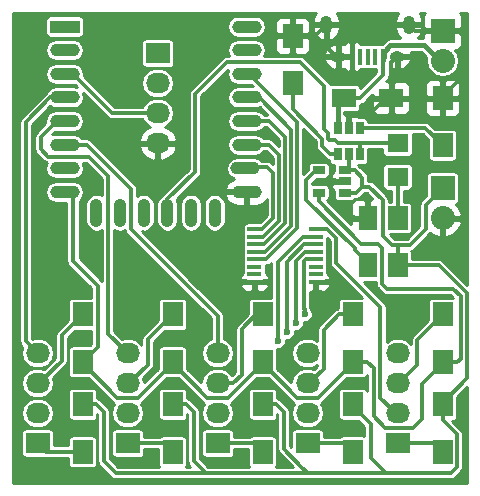
<source format=gtl>
%TF.GenerationSoftware,KiCad,Pcbnew,4.0.2+dfsg1-stable*%
%TF.CreationDate,2016-09-21T10:45:18+02:00*%
%TF.ProjectId,esp8266-io-board,657370383236362D696F2D626F617264,rev?*%
%TF.FileFunction,Copper,L1,Top,Signal*%
%FSLAX46Y46*%
G04 Gerber Fmt 4.6, Leading zero omitted, Abs format (unit mm)*
G04 Created by KiCad (PCBNEW 4.0.2+dfsg1-stable) date Wed Sep 21 10:45:18 2016*
%MOMM*%
G01*
G04 APERTURE LIST*
%ADD10C,0.350000*%
%ADD11C,0.600000*%
%ADD12R,0.400000X1.350000*%
%ADD13O,1.250000X0.950000*%
%ADD14O,1.000000X1.550000*%
%ADD15R,1.200000X0.400000*%
%ADD16R,2.032000X1.727200*%
%ADD17O,2.032000X1.727200*%
%ADD18R,1.700000X2.000000*%
%ADD19R,2.000000X1.600000*%
%ADD20R,1.060000X0.650000*%
%ADD21R,2.032000X2.032000*%
%ADD22O,2.032000X2.032000*%
%ADD23R,1.600000X2.000000*%
%ADD24R,1.800860X1.597660*%
%ADD25R,0.650000X1.060000*%
%ADD26R,2.500000X1.100000*%
%ADD27O,2.500000X1.100000*%
%ADD28O,1.100000X2.400000*%
%ADD29C,0.304800*%
%ADD30C,0.406400*%
%ADD31C,0.355600*%
%ADD32C,0.254000*%
%ADD33C,0.350000*%
%ADD34C,0.300000*%
%ADD35O,0.850000X0.550000*%
%ADD36O,0.500000X1.150000*%
G04 APERTURE END LIST*
D10*
D11*
X145796000Y-103886000D03*
D12*
X158779900Y-80302540D03*
X158129900Y-80302540D03*
X157479900Y-80302540D03*
X156829900Y-80302540D03*
X156179900Y-80302540D03*
D13*
X159979900Y-80302540D03*
X154979900Y-80302540D03*
D14*
X160979900Y-77602540D03*
X153979900Y-77602540D03*
D15*
X147899000Y-94919300D03*
X147899000Y-95554300D03*
X147899000Y-96189300D03*
X147899000Y-96824300D03*
X147899000Y-97459300D03*
X147899000Y-98094300D03*
X147899000Y-98729300D03*
X147899000Y-99364300D03*
X153099000Y-99364300D03*
X153099000Y-98729300D03*
X153099000Y-98094300D03*
X153099000Y-97459300D03*
X153099000Y-96824300D03*
X153099000Y-96189300D03*
X153099000Y-95554300D03*
X153099000Y-94919300D03*
D16*
X144780000Y-113030000D03*
D17*
X144780000Y-110490000D03*
X144780000Y-107950000D03*
X144780000Y-105410000D03*
D16*
X137160000Y-113030000D03*
D17*
X137160000Y-110490000D03*
X137160000Y-107950000D03*
X137160000Y-105410000D03*
D16*
X129540000Y-113030000D03*
D17*
X129540000Y-110490000D03*
X129540000Y-107950000D03*
X129540000Y-105410000D03*
D18*
X133350000Y-106140000D03*
X133350000Y-102140000D03*
X133350000Y-109760000D03*
X133350000Y-113760000D03*
D16*
X152400000Y-113030000D03*
D17*
X152400000Y-110490000D03*
X152400000Y-107950000D03*
X152400000Y-105410000D03*
D16*
X160020000Y-113030000D03*
D17*
X160020000Y-110490000D03*
X160020000Y-107950000D03*
X160020000Y-105410000D03*
D18*
X140970000Y-106140000D03*
X140970000Y-102140000D03*
X140970000Y-109760000D03*
X140970000Y-113760000D03*
X148590000Y-106140000D03*
X148590000Y-102140000D03*
X148590000Y-109760000D03*
X148590000Y-113760000D03*
X156210000Y-106140000D03*
X156210000Y-102140000D03*
X156210000Y-109760000D03*
X156210000Y-113760000D03*
X163830000Y-106140000D03*
X163830000Y-102140000D03*
X163830000Y-109760000D03*
X163830000Y-113760000D03*
D19*
X155480000Y-83820000D03*
X159480000Y-83820000D03*
D20*
X155548000Y-91816700D03*
X155548000Y-90866700D03*
X155548000Y-89916700D03*
X153348000Y-89916700D03*
X153348000Y-91816700D03*
D21*
X163830000Y-78105000D03*
D22*
X163830000Y-80645000D03*
D23*
X157480000Y-97980000D03*
X157480000Y-93980000D03*
D24*
X160020000Y-90469760D03*
X160020000Y-87630040D03*
D18*
X160020000Y-97980000D03*
X160020000Y-93980000D03*
D25*
X154940000Y-88560000D03*
X155890000Y-88560000D03*
X156840000Y-88560000D03*
X156840000Y-86360000D03*
X154940000Y-86360000D03*
X155890000Y-86360000D03*
D18*
X151130000Y-78550000D03*
X151130000Y-82550000D03*
X163830000Y-83820000D03*
X163830000Y-87820000D03*
D26*
X131837000Y-77766300D03*
D27*
X131837000Y-79766300D03*
X131837000Y-81766300D03*
X131837000Y-83766300D03*
X131837000Y-85766300D03*
X131837000Y-87766300D03*
X131837000Y-89766300D03*
X131837000Y-91766300D03*
D28*
X134527000Y-93516300D03*
X136527000Y-93516300D03*
X138527000Y-93516300D03*
X140527000Y-93516300D03*
X142527000Y-93516300D03*
X144527000Y-93516300D03*
D27*
X147237000Y-91766300D03*
X147137000Y-89766300D03*
X147237000Y-87766300D03*
X147237000Y-85766300D03*
X147237000Y-83766300D03*
X147237000Y-81766300D03*
X147237000Y-79766300D03*
X147237000Y-77766300D03*
D21*
X163830000Y-91440000D03*
D22*
X163830000Y-93980000D03*
D16*
X139700000Y-80010000D03*
D17*
X139700000Y-82550000D03*
X139700000Y-85090000D03*
X139700000Y-87630000D03*
D11*
X160528000Y-101600000D03*
X153416000Y-100329994D03*
X146303994Y-99568000D03*
X156248000Y-93980000D03*
X154616000Y-90866700D03*
X152146000Y-102108000D03*
X151384000Y-102870000D03*
X150622000Y-103632000D03*
X149860000Y-104394000D03*
D29*
X153099000Y-100012994D02*
X153116001Y-100029995D01*
X153099000Y-99364300D02*
X153099000Y-100012994D01*
X153116001Y-100029995D02*
X153416000Y-100329994D01*
X146507694Y-99364300D02*
X146303994Y-99568000D01*
X147899000Y-99364300D02*
X146507694Y-99364300D01*
X159280000Y-83820000D02*
X159004000Y-83820000D01*
X159004000Y-83820000D02*
X157480000Y-85344000D01*
X157480000Y-85344000D02*
X155956000Y-85344000D01*
X155956000Y-85344000D02*
X155890000Y-85410000D01*
X155890000Y-85410000D02*
X155890000Y-86360000D01*
X165862000Y-78816200D02*
X165862000Y-81638000D01*
X165862000Y-81638000D02*
X163830000Y-83670000D01*
X163830000Y-83670000D02*
X163830000Y-83820000D01*
X163830000Y-78105000D02*
X165150800Y-78105000D01*
X165150800Y-78105000D02*
X165862000Y-78816200D01*
X153979900Y-77602540D02*
X160979900Y-77602540D01*
X153979900Y-77602540D02*
X153979900Y-79452540D01*
X153979900Y-79452540D02*
X154829900Y-80302540D01*
X154829900Y-80302540D02*
X154979900Y-80302540D01*
X163830000Y-78105000D02*
X161482360Y-78105000D01*
X161482360Y-78105000D02*
X160979900Y-77602540D01*
D30*
X159280000Y-83820000D02*
X159480000Y-83820000D01*
D29*
X159480000Y-83820000D02*
X163830000Y-83820000D01*
X159480000Y-80802400D02*
X159980000Y-80302500D01*
X159480000Y-83820000D02*
X159480000Y-80802400D01*
X153032000Y-78550000D02*
X151130000Y-78550000D01*
X153980000Y-77602500D02*
X153032000Y-78550000D01*
X156248000Y-93980000D02*
X157480000Y-93980000D01*
X155548000Y-90866700D02*
X154616000Y-90866700D01*
X154980000Y-80302500D02*
X156179900Y-80302500D01*
X156179900Y-80302500D02*
X156180000Y-80302500D01*
X147899000Y-94919300D02*
X148539700Y-94919300D01*
X148539700Y-94919300D02*
X149479000Y-93980000D01*
X149479000Y-93980000D02*
X149479000Y-90170000D01*
X149479000Y-90170000D02*
X148971000Y-89662000D01*
X148971000Y-89662000D02*
X146641300Y-89662000D01*
X146641300Y-89662000D02*
X146537000Y-89766300D01*
X146537000Y-87766300D02*
X149107300Y-87766300D01*
X149987011Y-88646011D02*
X149987011Y-94190425D01*
X148623136Y-95554300D02*
X147899000Y-95554300D01*
X149107300Y-87766300D02*
X149987011Y-88646011D01*
X149987011Y-94190425D02*
X148623136Y-95554300D01*
X146537000Y-85766300D02*
X149139300Y-85766300D01*
X149139300Y-85766300D02*
X150495021Y-87122021D01*
X150495021Y-87122021D02*
X150495021Y-94400851D01*
X150495021Y-94400851D02*
X148706572Y-96189300D01*
X148706572Y-96189300D02*
X147899000Y-96189300D01*
X146537000Y-83766300D02*
X148282300Y-83766300D01*
X148282300Y-83766300D02*
X151003032Y-86487032D01*
X151003032Y-86487032D02*
X151003032Y-94625068D01*
X151003032Y-94625068D02*
X148803800Y-96824300D01*
X148803800Y-96824300D02*
X147899000Y-96824300D01*
X146537000Y-81766300D02*
X147427866Y-81766300D01*
X148803800Y-97459300D02*
X147899000Y-97459300D01*
X147427866Y-81766300D02*
X151511042Y-85849476D01*
X151511042Y-85849476D02*
X151511042Y-94835492D01*
X151511042Y-94835492D02*
X148887234Y-97459300D01*
X148887234Y-97459300D02*
X148803800Y-97459300D01*
X132537000Y-83766300D02*
X130609700Y-83766300D01*
X130609700Y-83766300D02*
X128524000Y-85852000D01*
X128524000Y-85852000D02*
X128524000Y-104394000D01*
X128524000Y-104394000D02*
X129540000Y-105410000D01*
D31*
X163830000Y-106140000D02*
X165086400Y-106140000D01*
X165086400Y-106140000D02*
X165354000Y-105872400D01*
X165354000Y-105872400D02*
X165354000Y-100584000D01*
X165354000Y-100584000D02*
X164719000Y-99949000D01*
X164719000Y-99949000D02*
X159131000Y-99949000D01*
X159131000Y-99949000D02*
X158725000Y-99543000D01*
X158725000Y-99543000D02*
X158725000Y-96510598D01*
X158725000Y-96510598D02*
X158352914Y-96138512D01*
X158352914Y-96138512D02*
X156938412Y-96138512D01*
X156938412Y-96138512D02*
X153348000Y-92548100D01*
X153348000Y-92548100D02*
X153348000Y-91816700D01*
X148590000Y-106140000D02*
X148590000Y-106290000D01*
X148590000Y-106290000D02*
X151494610Y-109194610D01*
X151494610Y-109194610D02*
X153305390Y-109194610D01*
X153305390Y-109194610D02*
X156210000Y-106290000D01*
X156210000Y-106290000D02*
X156210000Y-106140000D01*
X140970000Y-106140000D02*
X140970000Y-106290000D01*
X143874610Y-109194610D02*
X145685390Y-109194610D01*
X140970000Y-106290000D02*
X143874610Y-109194610D01*
X145685390Y-109194610D02*
X148590000Y-106290000D01*
X133350000Y-106140000D02*
X133350000Y-106290000D01*
X133350000Y-106290000D02*
X136254610Y-109194610D01*
X136254610Y-109194610D02*
X138065390Y-109194610D01*
X138065390Y-109194610D02*
X140970000Y-106290000D01*
X163830000Y-106140000D02*
X163830000Y-106290000D01*
X162052000Y-110998000D02*
X161315390Y-111734610D01*
X163830000Y-106290000D02*
X162052000Y-108068000D01*
X162052000Y-108068000D02*
X162052000Y-110998000D01*
X161315390Y-111734610D02*
X158978610Y-111734610D01*
X158978610Y-111734610D02*
X157988000Y-110744000D01*
X157988000Y-110744000D02*
X157988000Y-106680000D01*
X157988000Y-106680000D02*
X157448000Y-106140000D01*
X157448000Y-106140000D02*
X156210000Y-106140000D01*
X134617000Y-104873000D02*
X133350000Y-106140000D01*
X134617000Y-99710200D02*
X134617000Y-104873000D01*
X132537000Y-97629900D02*
X134617000Y-99710200D01*
X132537000Y-91766300D02*
X132537000Y-97629900D01*
D29*
X152146000Y-101683736D02*
X152146000Y-102108000D01*
X152100001Y-101637737D02*
X152146000Y-101683736D01*
X152100001Y-97653217D02*
X152100001Y-101637737D01*
X152293918Y-97459300D02*
X152100001Y-97653217D01*
X153099000Y-97459300D02*
X152293918Y-97459300D01*
X130270000Y-113760000D02*
X129540000Y-113030000D01*
X133350000Y-113760000D02*
X130270000Y-113760000D01*
X140240000Y-113030000D02*
X140970000Y-113760000D01*
X137160000Y-113030000D02*
X140240000Y-113030000D01*
X151384000Y-102445736D02*
X151384000Y-102870000D01*
X151384000Y-97650782D02*
X151384000Y-102445736D01*
X152210482Y-96824300D02*
X151384000Y-97650782D01*
X153099000Y-96824300D02*
X152210482Y-96824300D01*
X137160000Y-105410000D02*
X135509000Y-103759000D01*
X129794000Y-87122000D02*
X131149700Y-85766300D01*
X135509000Y-103759000D02*
X135509000Y-90424000D01*
X135509000Y-90424000D02*
X133858000Y-88773000D01*
X129794000Y-88138000D02*
X129794000Y-87122000D01*
X133858000Y-88773000D02*
X130429000Y-88773000D01*
X130429000Y-88773000D02*
X129794000Y-88138000D01*
X131149700Y-85766300D02*
X132537000Y-85766300D01*
X147860000Y-113030000D02*
X148590000Y-113760000D01*
X144780000Y-113030000D02*
X147860000Y-113030000D01*
X150622000Y-97694348D02*
X150622000Y-103207736D01*
X150622000Y-103207736D02*
X150622000Y-103632000D01*
X152127048Y-96189300D02*
X150622000Y-97694348D01*
X153099000Y-96189300D02*
X152127048Y-96189300D01*
X144932400Y-110490000D02*
X144780000Y-110490000D01*
X133696736Y-87766300D02*
X132537000Y-87766300D01*
X144780000Y-105410000D02*
X144780000Y-102257000D01*
X137432610Y-91502174D02*
X133696736Y-87766300D01*
X144780000Y-102257000D02*
X137432610Y-94909610D01*
X137432610Y-94909610D02*
X137432610Y-91502174D01*
X155480000Y-113030000D02*
X152400000Y-113030000D01*
X156210000Y-113760000D02*
X155480000Y-113030000D01*
X149860000Y-97737912D02*
X149860000Y-103969736D01*
X149860000Y-103969736D02*
X149860000Y-104394000D01*
X152043612Y-95554300D02*
X149860000Y-97737912D01*
X153099000Y-95554300D02*
X152043612Y-95554300D01*
X152400000Y-110490000D02*
X152247600Y-110490000D01*
X152400000Y-110490000D02*
X152552400Y-110490000D01*
X163100000Y-113030000D02*
X163830000Y-113760000D01*
X160020000Y-113030000D02*
X163100000Y-113030000D01*
X158572000Y-101549000D02*
X158572000Y-104140000D01*
X158572000Y-104140000D02*
X158572000Y-106654400D01*
X160020000Y-110490000D02*
X159867600Y-110490000D01*
X159867600Y-110490000D02*
X158572000Y-109194400D01*
X158572000Y-109194400D02*
X158572000Y-104140000D01*
X153099000Y-94919300D02*
X154057736Y-94919300D01*
X154057736Y-94919300D02*
X154813011Y-95674575D01*
X154813011Y-97790011D02*
X158572000Y-101549000D01*
X154813011Y-95674575D02*
X154813011Y-97790011D01*
D31*
X155480000Y-83820000D02*
X156835600Y-83820000D01*
X158779900Y-81333140D02*
X158779900Y-80302540D01*
X158779900Y-81875700D02*
X158779900Y-81333140D01*
X156835600Y-83820000D02*
X158779900Y-81875700D01*
D30*
X163576000Y-80645000D02*
X162250530Y-79319530D01*
X162250530Y-79319530D02*
X159422724Y-79319530D01*
X159422724Y-79319530D02*
X158837901Y-79904353D01*
X158837901Y-79904353D02*
X158837901Y-80302540D01*
X163830000Y-80645000D02*
X163576000Y-80645000D01*
X154940000Y-84360000D02*
X155480000Y-83820000D01*
X154940000Y-86360000D02*
X154940000Y-84360000D01*
X155480000Y-83820000D02*
X155951000Y-83820000D01*
X158780000Y-80587900D02*
X158780000Y-80184100D01*
X158779900Y-80587800D02*
X158779900Y-80302500D01*
X158780000Y-80587900D02*
X158779900Y-80587800D01*
D29*
X153143000Y-89916700D02*
X153348000Y-89916700D01*
X157480000Y-97980000D02*
X157480000Y-97780000D01*
X152273000Y-90786700D02*
X153143000Y-89916700D01*
X156375200Y-96675200D02*
X156375200Y-96518328D01*
X156375200Y-96518328D02*
X152273000Y-92416128D01*
X152273000Y-92416128D02*
X152273000Y-90786700D01*
X157480000Y-97780000D02*
X156375200Y-96675200D01*
X160020000Y-90469800D02*
X160020000Y-93980000D01*
X156840000Y-87725200D02*
X156768000Y-87653400D01*
X156768000Y-87653400D02*
X155009000Y-87653400D01*
X155009000Y-87653400D02*
X154702776Y-87347201D01*
X145542000Y-80772000D02*
X142875000Y-83439000D01*
X154702776Y-87347201D02*
X154249239Y-87347201D01*
X154249239Y-87347201D02*
X154157799Y-87255761D01*
X153819000Y-82826300D02*
X151764700Y-80772000D01*
X154157799Y-87255761D02*
X154157799Y-86802271D01*
X154157799Y-86802271D02*
X153819000Y-86463500D01*
X153819000Y-86463500D02*
X153819000Y-82826300D01*
X151764700Y-80772000D02*
X145542000Y-80772000D01*
X142875000Y-83439000D02*
X142875000Y-90049400D01*
X142875000Y-90049400D02*
X140527000Y-92397400D01*
X140527000Y-92397400D02*
X140527000Y-93516300D01*
X156935000Y-87630000D02*
X156840000Y-87725200D01*
X160020000Y-87630000D02*
X156935000Y-87630000D01*
X156840000Y-88560000D02*
X156840000Y-87725200D01*
X151130000Y-84750000D02*
X153649788Y-87269788D01*
X151130000Y-82550000D02*
X151130000Y-84750000D01*
X154310200Y-88560000D02*
X154940000Y-88560000D01*
X153649788Y-87899588D02*
X154310200Y-88560000D01*
X153649788Y-87269788D02*
X153649788Y-87899588D01*
X162370000Y-86360000D02*
X156840000Y-86360000D01*
X163830000Y-87820000D02*
X162370000Y-86360000D01*
X129540000Y-107950000D02*
X129692400Y-107950000D01*
X131572000Y-106070400D02*
X131572000Y-103918000D01*
X129692400Y-107950000D02*
X131572000Y-106070400D01*
X131572000Y-103918000D02*
X133350000Y-102140000D01*
X137160000Y-107950000D02*
X137312400Y-107950000D01*
X137312400Y-107950000D02*
X138868000Y-106394400D01*
X138868000Y-106394400D02*
X138868000Y-104242000D01*
X140970000Y-102140000D02*
X138868000Y-104242000D01*
X148590000Y-102140000D02*
X148050000Y-102140000D01*
X148050000Y-102140000D02*
X146812000Y-103378000D01*
X146812000Y-103378000D02*
X146812000Y-107238800D01*
X146812000Y-107238800D02*
X146100800Y-107950000D01*
X146100800Y-107950000D02*
X144780000Y-107950000D01*
X144780000Y-107950000D02*
X144932400Y-107950000D01*
X156210000Y-102140000D02*
X155055200Y-102140000D01*
X155055200Y-102140000D02*
X153771610Y-103423590D01*
X153771610Y-103423590D02*
X153771610Y-106730790D01*
X153771610Y-106730790D02*
X152552400Y-107950000D01*
X152552400Y-107950000D02*
X152400000Y-107950000D01*
X161696000Y-105410000D02*
X161696000Y-104274000D01*
X160020000Y-107950000D02*
X160172400Y-107950000D01*
X160172400Y-107950000D02*
X161696000Y-106426400D01*
X161696000Y-106426400D02*
X161696000Y-105410000D01*
X159867600Y-107950000D02*
X160020000Y-107950000D01*
X161696000Y-104274000D02*
X163830000Y-102140000D01*
X132537000Y-81766300D02*
X135860700Y-85090000D01*
X135860700Y-85090000D02*
X139700000Y-85090000D01*
X163830000Y-109760000D02*
X163830000Y-109610000D01*
X163830000Y-109610000D02*
X165887410Y-107552590D01*
X165887410Y-107552590D02*
X165887410Y-100363055D01*
X165887410Y-100363055D02*
X163504355Y-97980000D01*
X163504355Y-97980000D02*
X161174800Y-97980000D01*
X161174800Y-97980000D02*
X160020000Y-97980000D01*
X152420318Y-115570000D02*
X144272000Y-115570000D01*
X136144000Y-115570000D02*
X144272000Y-115570000D01*
X144272000Y-115570000D02*
X143764000Y-115570000D01*
X135128000Y-114554000D02*
X136144000Y-115570000D01*
X135128000Y-110383200D02*
X135128000Y-114554000D01*
X133350000Y-109760000D02*
X134504800Y-109760000D01*
X134504800Y-109760000D02*
X135128000Y-110383200D01*
X142124800Y-109760000D02*
X140970000Y-109760000D01*
X143764000Y-115570000D02*
X142748000Y-114554000D01*
X142748000Y-114554000D02*
X142748000Y-110383200D01*
X142748000Y-110383200D02*
X142124800Y-109760000D01*
X159004000Y-115570000D02*
X154178000Y-115570000D01*
X154178000Y-115570000D02*
X152420318Y-115570000D01*
X152420318Y-115570000D02*
X151965919Y-115115601D01*
X156210000Y-109760000D02*
X156210000Y-109910000D01*
X165035601Y-112270401D02*
X163830000Y-111064800D01*
X156210000Y-109910000D02*
X157734000Y-111434000D01*
X157734000Y-111434000D02*
X157734000Y-114300000D01*
X157734000Y-114300000D02*
X159004000Y-115570000D01*
X159004000Y-115570000D02*
X164510082Y-115570000D01*
X164510082Y-115570000D02*
X165035601Y-115044481D01*
X163830000Y-111064800D02*
X163830000Y-109760000D01*
X165035601Y-115044481D02*
X165035601Y-112270401D01*
X148590000Y-109760000D02*
X149744800Y-109760000D01*
X149744800Y-109760000D02*
X150368000Y-110383200D01*
X150368000Y-110383200D02*
X150368000Y-113517682D01*
X150368000Y-113517682D02*
X151965919Y-115115601D01*
D31*
X148590000Y-109760000D02*
X148622000Y-109760000D01*
X140970000Y-109760000D02*
X141002000Y-109760000D01*
X148590000Y-109910000D02*
X148590000Y-109760000D01*
X140970000Y-109760000D02*
X140970000Y-109728000D01*
D29*
X157014000Y-91341800D02*
X157635800Y-91341800D01*
X157635800Y-91341800D02*
X158750000Y-92456000D01*
X158750000Y-92456000D02*
X158750000Y-95471120D01*
X158750000Y-95471120D02*
X159544880Y-96266000D01*
X159544880Y-96266000D02*
X160020000Y-96266000D01*
X160020000Y-96266000D02*
X160020000Y-97980000D01*
X160063800Y-96266000D02*
X161036000Y-96266000D01*
X161036000Y-96266000D02*
X162406000Y-94896000D01*
X162406000Y-94896000D02*
X162406000Y-92863800D01*
X162406000Y-92863800D02*
X163830000Y-91440000D01*
X156387100Y-91821000D02*
X156534800Y-91821000D01*
X156534800Y-91821000D02*
X157014000Y-91341800D01*
X155548000Y-91816700D02*
X156382800Y-91816700D01*
X156382800Y-91816700D02*
X156387100Y-91821000D01*
X155548000Y-89916700D02*
X156382800Y-89916700D01*
X156382800Y-89916700D02*
X157014000Y-90547900D01*
X157014000Y-90547900D02*
X157014000Y-91341800D01*
X155890000Y-89574700D02*
X155719000Y-89745700D01*
X155890000Y-88560000D02*
X155890000Y-89574700D01*
X155719000Y-89745700D02*
X155548000Y-89916700D01*
D32*
G36*
X152979898Y-76775862D02*
X152844900Y-77200540D01*
X152844900Y-77475540D01*
X153852900Y-77475540D01*
X153852900Y-77455540D01*
X154106900Y-77455540D01*
X154106900Y-77475540D01*
X155114900Y-77475540D01*
X155114900Y-77200540D01*
X154979902Y-76775862D01*
X154878845Y-76656000D01*
X160080955Y-76656000D01*
X159979898Y-76775862D01*
X159844900Y-77200540D01*
X159844900Y-77475540D01*
X160852900Y-77475540D01*
X160852900Y-77455540D01*
X161106900Y-77455540D01*
X161106900Y-77475540D01*
X162114900Y-77475540D01*
X162114900Y-77200540D01*
X161979902Y-76775862D01*
X161878845Y-76656000D01*
X162348974Y-76656000D01*
X162275673Y-76729301D01*
X162179000Y-76962690D01*
X162179000Y-77819250D01*
X162337750Y-77978000D01*
X163703000Y-77978000D01*
X163703000Y-77958000D01*
X163957000Y-77958000D01*
X163957000Y-77978000D01*
X165322250Y-77978000D01*
X165481000Y-77819250D01*
X165481000Y-76962690D01*
X165384327Y-76729301D01*
X165311026Y-76656000D01*
X165914000Y-76656000D01*
X165914000Y-99635303D01*
X163881526Y-97602829D01*
X163708478Y-97487203D01*
X163504355Y-97446600D01*
X161258464Y-97446600D01*
X161258464Y-96980000D01*
X161231897Y-96838810D01*
X161187186Y-96769327D01*
X161240123Y-96758797D01*
X161413171Y-96643171D01*
X162783168Y-95273173D01*
X162783171Y-95273171D01*
X162798933Y-95249582D01*
X162861621Y-95317188D01*
X163447054Y-95585983D01*
X163703000Y-95467367D01*
X163703000Y-94107000D01*
X163957000Y-94107000D01*
X163957000Y-95467367D01*
X164212946Y-95585983D01*
X164798379Y-95317188D01*
X165236385Y-94844818D01*
X165435975Y-94362944D01*
X165316836Y-94107000D01*
X163957000Y-94107000D01*
X163703000Y-94107000D01*
X163683000Y-94107000D01*
X163683000Y-93853000D01*
X163703000Y-93853000D01*
X163703000Y-93833000D01*
X163957000Y-93833000D01*
X163957000Y-93853000D01*
X165316836Y-93853000D01*
X165435975Y-93597056D01*
X165236385Y-93115182D01*
X164964658Y-92822137D01*
X164987190Y-92817897D01*
X165116865Y-92734454D01*
X165203859Y-92607134D01*
X165234464Y-92456000D01*
X165234464Y-90424000D01*
X165207897Y-90282810D01*
X165124454Y-90153135D01*
X164997134Y-90066141D01*
X164846000Y-90035536D01*
X162814000Y-90035536D01*
X162672810Y-90062103D01*
X162543135Y-90145546D01*
X162456141Y-90272866D01*
X162425536Y-90424000D01*
X162425536Y-92089979D01*
X162028856Y-92486603D01*
X162028846Y-92486617D01*
X162028829Y-92486629D01*
X161970302Y-92574221D01*
X161913217Y-92659642D01*
X161913213Y-92659662D01*
X161913203Y-92659677D01*
X161893362Y-92759421D01*
X161872600Y-92863763D01*
X161872604Y-92863782D01*
X161872600Y-92863800D01*
X161872600Y-94675059D01*
X160815058Y-95732600D01*
X160063800Y-95732600D01*
X160041900Y-95736956D01*
X160020000Y-95732600D01*
X159765822Y-95732600D01*
X159401686Y-95368464D01*
X160870000Y-95368464D01*
X161011190Y-95341897D01*
X161140865Y-95258454D01*
X161227859Y-95131134D01*
X161258464Y-94980000D01*
X161258464Y-92980000D01*
X161231897Y-92838810D01*
X161148454Y-92709135D01*
X161021134Y-92622141D01*
X160870000Y-92591536D01*
X160553400Y-92591536D01*
X160553400Y-91657054D01*
X160920430Y-91657054D01*
X161061620Y-91630487D01*
X161191295Y-91547044D01*
X161278289Y-91419724D01*
X161308894Y-91268590D01*
X161308894Y-89670930D01*
X161282327Y-89529740D01*
X161198884Y-89400065D01*
X161071564Y-89313071D01*
X160920430Y-89282466D01*
X159119570Y-89282466D01*
X158978380Y-89309033D01*
X158848705Y-89392476D01*
X158761711Y-89519796D01*
X158731106Y-89670930D01*
X158731106Y-91268590D01*
X158757673Y-91409780D01*
X158841116Y-91539455D01*
X158968436Y-91626449D01*
X159119570Y-91657054D01*
X159486600Y-91657054D01*
X159486600Y-92591536D01*
X159283400Y-92591536D01*
X159283400Y-92456005D01*
X159283401Y-92456000D01*
X159242797Y-92251877D01*
X159127171Y-92078829D01*
X158012971Y-90964629D01*
X157839923Y-90849003D01*
X157635800Y-90808400D01*
X157547400Y-90808400D01*
X157547400Y-90547905D01*
X157547401Y-90547900D01*
X157506797Y-90343777D01*
X157477346Y-90299700D01*
X157391171Y-90170729D01*
X157391168Y-90170727D01*
X156759971Y-89539529D01*
X156668580Y-89478464D01*
X157165000Y-89478464D01*
X157306190Y-89451897D01*
X157435865Y-89368454D01*
X157522859Y-89241134D01*
X157553464Y-89090000D01*
X157553464Y-88163400D01*
X158731106Y-88163400D01*
X158731106Y-88428870D01*
X158757673Y-88570060D01*
X158841116Y-88699735D01*
X158968436Y-88786729D01*
X159119570Y-88817334D01*
X160920430Y-88817334D01*
X161061620Y-88790767D01*
X161191295Y-88707324D01*
X161278289Y-88580004D01*
X161308894Y-88428870D01*
X161308894Y-86893400D01*
X162149058Y-86893400D01*
X162591536Y-87335878D01*
X162591536Y-88820000D01*
X162618103Y-88961190D01*
X162701546Y-89090865D01*
X162828866Y-89177859D01*
X162980000Y-89208464D01*
X164680000Y-89208464D01*
X164821190Y-89181897D01*
X164950865Y-89098454D01*
X165037859Y-88971134D01*
X165068464Y-88820000D01*
X165068464Y-86820000D01*
X165041897Y-86678810D01*
X164958454Y-86549135D01*
X164831134Y-86462141D01*
X164680000Y-86431536D01*
X163195878Y-86431536D01*
X162747171Y-85982829D01*
X162574123Y-85867203D01*
X162370000Y-85826600D01*
X157552824Y-85826600D01*
X157526897Y-85688810D01*
X157443454Y-85559135D01*
X157316134Y-85472141D01*
X157165000Y-85441536D01*
X156724561Y-85441536D01*
X156574699Y-85291673D01*
X156341310Y-85195000D01*
X156175750Y-85195000D01*
X156017000Y-85353750D01*
X156017000Y-86233000D01*
X156037000Y-86233000D01*
X156037000Y-86487000D01*
X156017000Y-86487000D01*
X156017000Y-86507000D01*
X155763000Y-86507000D01*
X155763000Y-86487000D01*
X155743000Y-86487000D01*
X155743000Y-86233000D01*
X155763000Y-86233000D01*
X155763000Y-85353750D01*
X155604250Y-85195000D01*
X155524200Y-85195000D01*
X155524200Y-85008464D01*
X156480000Y-85008464D01*
X156621190Y-84981897D01*
X156750865Y-84898454D01*
X156837859Y-84771134D01*
X156868464Y-84620000D01*
X156868464Y-84372263D01*
X157049444Y-84336264D01*
X157230731Y-84215131D01*
X157340112Y-84105750D01*
X157845000Y-84105750D01*
X157845000Y-84746310D01*
X157941673Y-84979699D01*
X158120302Y-85158327D01*
X158353691Y-85255000D01*
X159194250Y-85255000D01*
X159353000Y-85096250D01*
X159353000Y-83947000D01*
X159607000Y-83947000D01*
X159607000Y-85096250D01*
X159765750Y-85255000D01*
X160606309Y-85255000D01*
X160839698Y-85158327D01*
X161018327Y-84979699D01*
X161115000Y-84746310D01*
X161115000Y-84105750D01*
X162345000Y-84105750D01*
X162345000Y-84946309D01*
X162441673Y-85179698D01*
X162620301Y-85358327D01*
X162853690Y-85455000D01*
X163544250Y-85455000D01*
X163703000Y-85296250D01*
X163703000Y-83947000D01*
X163957000Y-83947000D01*
X163957000Y-85296250D01*
X164115750Y-85455000D01*
X164806310Y-85455000D01*
X165039699Y-85358327D01*
X165218327Y-85179698D01*
X165315000Y-84946309D01*
X165315000Y-84105750D01*
X165156250Y-83947000D01*
X163957000Y-83947000D01*
X163703000Y-83947000D01*
X162503750Y-83947000D01*
X162345000Y-84105750D01*
X161115000Y-84105750D01*
X160956250Y-83947000D01*
X159607000Y-83947000D01*
X159353000Y-83947000D01*
X158003750Y-83947000D01*
X157845000Y-84105750D01*
X157340112Y-84105750D01*
X157878306Y-83567556D01*
X158003750Y-83693000D01*
X159353000Y-83693000D01*
X159353000Y-82543750D01*
X159607000Y-82543750D01*
X159607000Y-83693000D01*
X160956250Y-83693000D01*
X161115000Y-83534250D01*
X161115000Y-82893690D01*
X161032158Y-82693691D01*
X162345000Y-82693691D01*
X162345000Y-83534250D01*
X162503750Y-83693000D01*
X163703000Y-83693000D01*
X163703000Y-82343750D01*
X163957000Y-82343750D01*
X163957000Y-83693000D01*
X165156250Y-83693000D01*
X165315000Y-83534250D01*
X165315000Y-82693691D01*
X165218327Y-82460302D01*
X165039699Y-82281673D01*
X164806310Y-82185000D01*
X164115750Y-82185000D01*
X163957000Y-82343750D01*
X163703000Y-82343750D01*
X163544250Y-82185000D01*
X162853690Y-82185000D01*
X162620301Y-82281673D01*
X162441673Y-82460302D01*
X162345000Y-82693691D01*
X161032158Y-82693691D01*
X161018327Y-82660301D01*
X160839698Y-82481673D01*
X160606309Y-82385000D01*
X159765750Y-82385000D01*
X159607000Y-82543750D01*
X159353000Y-82543750D01*
X159194250Y-82385000D01*
X159060863Y-82385000D01*
X159175031Y-82270832D01*
X159296164Y-82089544D01*
X159310673Y-82016600D01*
X159338700Y-81875700D01*
X159338700Y-81286247D01*
X159678769Y-81403769D01*
X159852900Y-81255103D01*
X159852900Y-80429540D01*
X160106900Y-80429540D01*
X160106900Y-81255103D01*
X160281031Y-81403769D01*
X160690949Y-81262108D01*
X161015452Y-80974361D01*
X161199168Y-80600478D01*
X161072634Y-80429540D01*
X160106900Y-80429540D01*
X159852900Y-80429540D01*
X159832900Y-80429540D01*
X159832900Y-80175540D01*
X159852900Y-80175540D01*
X159852900Y-80155540D01*
X160106900Y-80155540D01*
X160106900Y-80175540D01*
X161072634Y-80175540D01*
X161199168Y-80004602D01*
X161149602Y-79903730D01*
X162008546Y-79903730D01*
X162462735Y-80357919D01*
X162405631Y-80645000D01*
X162511971Y-81179609D01*
X162814803Y-81632828D01*
X163268022Y-81935660D01*
X163802631Y-82042000D01*
X163857369Y-82042000D01*
X164391978Y-81935660D01*
X164845197Y-81632828D01*
X165148029Y-81179609D01*
X165254369Y-80645000D01*
X165148029Y-80110391D01*
X164911232Y-79756000D01*
X164972309Y-79756000D01*
X165205698Y-79659327D01*
X165384327Y-79480699D01*
X165481000Y-79247310D01*
X165481000Y-78390750D01*
X165322250Y-78232000D01*
X163957000Y-78232000D01*
X163957000Y-78252000D01*
X163703000Y-78252000D01*
X163703000Y-78232000D01*
X162337750Y-78232000D01*
X162179000Y-78390750D01*
X162179000Y-78735330D01*
X161721816Y-78735330D01*
X161979902Y-78429218D01*
X162114900Y-78004540D01*
X162114900Y-77729540D01*
X161106900Y-77729540D01*
X161106900Y-77749540D01*
X160852900Y-77749540D01*
X160852900Y-77729540D01*
X159844900Y-77729540D01*
X159844900Y-78004540D01*
X159979898Y-78429218D01*
X160237984Y-78735330D01*
X159422729Y-78735330D01*
X159422724Y-78735329D01*
X159199161Y-78779799D01*
X159009632Y-78906438D01*
X158676994Y-79239076D01*
X158579900Y-79239076D01*
X158450312Y-79263460D01*
X158329900Y-79239076D01*
X157929900Y-79239076D01*
X157800312Y-79263460D01*
X157679900Y-79239076D01*
X157279900Y-79239076D01*
X157150312Y-79263460D01*
X157029900Y-79239076D01*
X156889461Y-79239076D01*
X156739599Y-79089213D01*
X156506210Y-78992540D01*
X156438650Y-78992540D01*
X156279900Y-79151290D01*
X156279900Y-79464904D01*
X156272041Y-79476406D01*
X156241436Y-79627540D01*
X156241436Y-80977540D01*
X156268003Y-81118730D01*
X156279900Y-81137219D01*
X156279900Y-81453790D01*
X156438650Y-81612540D01*
X156506210Y-81612540D01*
X156739599Y-81515867D01*
X156889461Y-81366004D01*
X157029900Y-81366004D01*
X157159488Y-81341620D01*
X157279900Y-81366004D01*
X157679900Y-81366004D01*
X157809488Y-81341620D01*
X157929900Y-81366004D01*
X158221100Y-81366004D01*
X158221100Y-81644237D01*
X156864802Y-83000536D01*
X156841897Y-82878810D01*
X156758454Y-82749135D01*
X156631134Y-82662141D01*
X156480000Y-82631536D01*
X154480000Y-82631536D01*
X154338810Y-82658103D01*
X154321198Y-82669436D01*
X154311797Y-82622177D01*
X154196171Y-82449129D01*
X152347520Y-80600478D01*
X153760632Y-80600478D01*
X153944348Y-80974361D01*
X154268851Y-81262108D01*
X154678769Y-81403769D01*
X154852900Y-81255103D01*
X154852900Y-80429540D01*
X155106900Y-80429540D01*
X155106900Y-81255103D01*
X155281031Y-81403769D01*
X155449785Y-81345450D01*
X155620201Y-81515867D01*
X155853590Y-81612540D01*
X155921150Y-81612540D01*
X156079900Y-81453790D01*
X156079900Y-80843202D01*
X156199168Y-80600478D01*
X156079900Y-80439356D01*
X156079900Y-80429540D01*
X155106900Y-80429540D01*
X154852900Y-80429540D01*
X153887166Y-80429540D01*
X153760632Y-80600478D01*
X152347520Y-80600478D01*
X152141871Y-80394829D01*
X151968823Y-80279203D01*
X151764700Y-80238600D01*
X148751561Y-80238600D01*
X148829085Y-80122578D01*
X148899953Y-79766300D01*
X148829085Y-79410022D01*
X148627269Y-79107984D01*
X148325231Y-78906168D01*
X147971216Y-78835750D01*
X149645000Y-78835750D01*
X149645000Y-79676309D01*
X149741673Y-79909698D01*
X149920301Y-80088327D01*
X150153690Y-80185000D01*
X150844250Y-80185000D01*
X151003000Y-80026250D01*
X151003000Y-78677000D01*
X151257000Y-78677000D01*
X151257000Y-80026250D01*
X151415750Y-80185000D01*
X152106310Y-80185000D01*
X152339699Y-80088327D01*
X152423423Y-80004602D01*
X153760632Y-80004602D01*
X153887166Y-80175540D01*
X154852900Y-80175540D01*
X154852900Y-79349977D01*
X155106900Y-79349977D01*
X155106900Y-80175540D01*
X156079900Y-80175540D01*
X156079900Y-80165724D01*
X156199168Y-80004602D01*
X156079900Y-79761878D01*
X156079900Y-79151290D01*
X155921150Y-78992540D01*
X155853590Y-78992540D01*
X155620201Y-79089213D01*
X155449785Y-79259630D01*
X155281031Y-79201311D01*
X155106900Y-79349977D01*
X154852900Y-79349977D01*
X154678769Y-79201311D01*
X154268851Y-79342972D01*
X153944348Y-79630719D01*
X153760632Y-80004602D01*
X152423423Y-80004602D01*
X152518327Y-79909698D01*
X152615000Y-79676309D01*
X152615000Y-78835750D01*
X152456250Y-78677000D01*
X151257000Y-78677000D01*
X151003000Y-78677000D01*
X149803750Y-78677000D01*
X149645000Y-78835750D01*
X147971216Y-78835750D01*
X147968953Y-78835300D01*
X146505047Y-78835300D01*
X146148769Y-78906168D01*
X145846731Y-79107984D01*
X145644915Y-79410022D01*
X145574047Y-79766300D01*
X145644915Y-80122578D01*
X145722439Y-80238600D01*
X145542005Y-80238600D01*
X145542000Y-80238599D01*
X145337877Y-80279203D01*
X145164829Y-80394829D01*
X145164827Y-80394832D01*
X142497829Y-83061829D01*
X142382203Y-83234877D01*
X142341600Y-83439000D01*
X142341600Y-89828459D01*
X140200859Y-91969199D01*
X140170722Y-91975194D01*
X139868684Y-92177010D01*
X139666868Y-92479048D01*
X139596000Y-92835326D01*
X139596000Y-94197274D01*
X139666868Y-94553552D01*
X139868684Y-94855590D01*
X140170722Y-95057406D01*
X140527000Y-95128274D01*
X140883278Y-95057406D01*
X141185316Y-94855590D01*
X141387132Y-94553552D01*
X141458000Y-94197274D01*
X141458000Y-92835326D01*
X141596000Y-92835326D01*
X141596000Y-94197274D01*
X141666868Y-94553552D01*
X141868684Y-94855590D01*
X142170722Y-95057406D01*
X142527000Y-95128274D01*
X142883278Y-95057406D01*
X143185316Y-94855590D01*
X143387132Y-94553552D01*
X143458000Y-94197274D01*
X143458000Y-92835326D01*
X143596000Y-92835326D01*
X143596000Y-94197274D01*
X143666868Y-94553552D01*
X143868684Y-94855590D01*
X144170722Y-95057406D01*
X144527000Y-95128274D01*
X144883278Y-95057406D01*
X145185316Y-94855590D01*
X145387132Y-94553552D01*
X145458000Y-94197274D01*
X145458000Y-92835326D01*
X145387132Y-92479048D01*
X145185316Y-92177010D01*
X145034211Y-92076044D01*
X145393197Y-92076044D01*
X145393602Y-92102446D01*
X145609276Y-92514418D01*
X145966187Y-92812496D01*
X146410000Y-92951300D01*
X147110000Y-92951300D01*
X147110000Y-91893300D01*
X145518639Y-91893300D01*
X145393197Y-92076044D01*
X145034211Y-92076044D01*
X144883278Y-91975194D01*
X144527000Y-91904326D01*
X144170722Y-91975194D01*
X143868684Y-92177010D01*
X143666868Y-92479048D01*
X143596000Y-92835326D01*
X143458000Y-92835326D01*
X143387132Y-92479048D01*
X143185316Y-92177010D01*
X142883278Y-91975194D01*
X142527000Y-91904326D01*
X142170722Y-91975194D01*
X141868684Y-92177010D01*
X141666868Y-92479048D01*
X141596000Y-92835326D01*
X141458000Y-92835326D01*
X141387132Y-92479048D01*
X141312055Y-92366687D01*
X143252168Y-90426573D01*
X143252171Y-90426571D01*
X143340838Y-90293871D01*
X143367797Y-90253524D01*
X143408400Y-90049400D01*
X143408400Y-83659942D01*
X145641587Y-81426754D01*
X145574047Y-81766300D01*
X145644915Y-82122578D01*
X145846731Y-82424616D01*
X146148769Y-82626432D01*
X146505047Y-82697300D01*
X147604524Y-82697300D01*
X147742524Y-82835300D01*
X146505047Y-82835300D01*
X146148769Y-82906168D01*
X145846731Y-83107984D01*
X145644915Y-83410022D01*
X145574047Y-83766300D01*
X145644915Y-84122578D01*
X145846731Y-84424616D01*
X146148769Y-84626432D01*
X146505047Y-84697300D01*
X147968953Y-84697300D01*
X148325231Y-84626432D01*
X148362912Y-84601254D01*
X148994558Y-85232900D01*
X148710735Y-85232900D01*
X148627269Y-85107984D01*
X148325231Y-84906168D01*
X147968953Y-84835300D01*
X146505047Y-84835300D01*
X146148769Y-84906168D01*
X145846731Y-85107984D01*
X145644915Y-85410022D01*
X145574047Y-85766300D01*
X145644915Y-86122578D01*
X145846731Y-86424616D01*
X146148769Y-86626432D01*
X146505047Y-86697300D01*
X147968953Y-86697300D01*
X148325231Y-86626432D01*
X148627269Y-86424616D01*
X148710735Y-86299700D01*
X148918358Y-86299700D01*
X149961621Y-87342963D01*
X149961621Y-87866279D01*
X149484471Y-87389129D01*
X149311423Y-87273503D01*
X149107300Y-87232900D01*
X148710735Y-87232900D01*
X148627269Y-87107984D01*
X148325231Y-86906168D01*
X147968953Y-86835300D01*
X146505047Y-86835300D01*
X146148769Y-86906168D01*
X145846731Y-87107984D01*
X145644915Y-87410022D01*
X145574047Y-87766300D01*
X145644915Y-88122578D01*
X145846731Y-88424616D01*
X146148769Y-88626432D01*
X146505047Y-88697300D01*
X147968953Y-88697300D01*
X148325231Y-88626432D01*
X148627269Y-88424616D01*
X148710735Y-88299700D01*
X148886358Y-88299700D01*
X149453611Y-88866953D01*
X149453611Y-89390269D01*
X149348171Y-89284829D01*
X149175123Y-89169203D01*
X148971000Y-89128600D01*
X148541044Y-89128600D01*
X148527269Y-89107984D01*
X148225231Y-88906168D01*
X147868953Y-88835300D01*
X146405047Y-88835300D01*
X146048769Y-88906168D01*
X145746731Y-89107984D01*
X145544915Y-89410022D01*
X145474047Y-89766300D01*
X145544915Y-90122578D01*
X145746731Y-90424616D01*
X146048769Y-90626432D01*
X146181364Y-90652807D01*
X145966187Y-90720104D01*
X145609276Y-91018182D01*
X145393602Y-91430154D01*
X145393197Y-91456556D01*
X145518639Y-91639300D01*
X147110000Y-91639300D01*
X147110000Y-91619300D01*
X147364000Y-91619300D01*
X147364000Y-91639300D01*
X147384000Y-91639300D01*
X147384000Y-91893300D01*
X147364000Y-91893300D01*
X147364000Y-92951300D01*
X148064000Y-92951300D01*
X148507813Y-92812496D01*
X148864724Y-92514418D01*
X148945600Y-92359932D01*
X148945600Y-93759058D01*
X148373822Y-94330836D01*
X147299000Y-94330836D01*
X147157810Y-94357403D01*
X147028135Y-94440846D01*
X146941141Y-94568166D01*
X146910536Y-94719300D01*
X146910536Y-95119300D01*
X146933457Y-95241112D01*
X146910536Y-95354300D01*
X146910536Y-95754300D01*
X146933457Y-95876112D01*
X146910536Y-95989300D01*
X146910536Y-96389300D01*
X146933457Y-96511112D01*
X146910536Y-96624300D01*
X146910536Y-97024300D01*
X146933457Y-97146112D01*
X146910536Y-97259300D01*
X146910536Y-97659300D01*
X146933457Y-97781112D01*
X146910536Y-97894300D01*
X146910536Y-98294300D01*
X146933457Y-98416112D01*
X146910536Y-98529300D01*
X146910536Y-98654739D01*
X146760673Y-98804601D01*
X146664000Y-99037990D01*
X146664000Y-99105550D01*
X146822750Y-99264300D01*
X147114411Y-99264300D01*
X147147866Y-99287159D01*
X147299000Y-99317764D01*
X148499000Y-99317764D01*
X148640190Y-99291197D01*
X148681989Y-99264300D01*
X148975250Y-99264300D01*
X149134000Y-99105550D01*
X149134000Y-99037990D01*
X149037327Y-98804601D01*
X148887464Y-98654739D01*
X148887464Y-98529300D01*
X148864543Y-98407488D01*
X148887464Y-98294300D01*
X148887464Y-97992654D01*
X149091357Y-97952097D01*
X149264405Y-97836471D01*
X149326600Y-97774276D01*
X149326600Y-100751536D01*
X147740000Y-100751536D01*
X147598810Y-100778103D01*
X147469135Y-100861546D01*
X147382141Y-100988866D01*
X147351536Y-101140000D01*
X147351536Y-102084123D01*
X146434829Y-103000829D01*
X146319203Y-103173877D01*
X146278600Y-103378000D01*
X146278600Y-107017858D01*
X145994720Y-107301738D01*
X145839834Y-107069935D01*
X145436057Y-106800140D01*
X144959769Y-106705400D01*
X144600231Y-106705400D01*
X144123943Y-106800140D01*
X143720166Y-107069935D01*
X143450371Y-107473712D01*
X143366354Y-107896092D01*
X142208464Y-106738202D01*
X142208464Y-105140000D01*
X142181897Y-104998810D01*
X142098454Y-104869135D01*
X141971134Y-104782141D01*
X141820000Y-104751536D01*
X140120000Y-104751536D01*
X139978810Y-104778103D01*
X139849135Y-104861546D01*
X139762141Y-104988866D01*
X139731536Y-105140000D01*
X139731536Y-106738202D01*
X138573646Y-107896092D01*
X138498489Y-107518253D01*
X139245168Y-106771573D01*
X139245171Y-106771571D01*
X139360797Y-106598523D01*
X139373407Y-106535131D01*
X139401401Y-106394400D01*
X139401400Y-106394395D01*
X139401400Y-104462942D01*
X140335878Y-103528464D01*
X141820000Y-103528464D01*
X141961190Y-103501897D01*
X142090865Y-103418454D01*
X142177859Y-103291134D01*
X142208464Y-103140000D01*
X142208464Y-101140000D01*
X142181897Y-100998810D01*
X142098454Y-100869135D01*
X141971134Y-100782141D01*
X141820000Y-100751536D01*
X140120000Y-100751536D01*
X139978810Y-100778103D01*
X139849135Y-100861546D01*
X139762141Y-100988866D01*
X139731536Y-101140000D01*
X139731536Y-102624122D01*
X138490829Y-103864829D01*
X138375203Y-104037877D01*
X138334600Y-104242000D01*
X138334600Y-104701695D01*
X138219834Y-104529935D01*
X137816057Y-104260140D01*
X137339769Y-104165400D01*
X136980231Y-104165400D01*
X136721255Y-104216914D01*
X136042400Y-103538058D01*
X136042400Y-94971664D01*
X136170722Y-95057406D01*
X136527000Y-95128274D01*
X136883278Y-95057406D01*
X136923291Y-95030670D01*
X136939813Y-95113733D01*
X137055439Y-95286781D01*
X144246600Y-102477941D01*
X144246600Y-104235742D01*
X144123943Y-104260140D01*
X143720166Y-104529935D01*
X143450371Y-104933712D01*
X143355631Y-105410000D01*
X143450371Y-105886288D01*
X143720166Y-106290065D01*
X144123943Y-106559860D01*
X144600231Y-106654600D01*
X144959769Y-106654600D01*
X145436057Y-106559860D01*
X145839834Y-106290065D01*
X146109629Y-105886288D01*
X146204369Y-105410000D01*
X146109629Y-104933712D01*
X145839834Y-104529935D01*
X145436057Y-104260140D01*
X145313400Y-104235742D01*
X145313400Y-102257005D01*
X145313401Y-102257000D01*
X145272797Y-102052877D01*
X145247427Y-102014908D01*
X145157171Y-101879829D01*
X145157168Y-101879827D01*
X142900392Y-99623050D01*
X146664000Y-99623050D01*
X146664000Y-99690610D01*
X146760673Y-99923999D01*
X146939302Y-100102627D01*
X147172691Y-100199300D01*
X147613250Y-100199300D01*
X147772000Y-100040550D01*
X147772000Y-99464300D01*
X148026000Y-99464300D01*
X148026000Y-100040550D01*
X148184750Y-100199300D01*
X148625309Y-100199300D01*
X148858698Y-100102627D01*
X149037327Y-99923999D01*
X149134000Y-99690610D01*
X149134000Y-99623050D01*
X148975250Y-99464300D01*
X148026000Y-99464300D01*
X147772000Y-99464300D01*
X146822750Y-99464300D01*
X146664000Y-99623050D01*
X142900392Y-99623050D01*
X138375476Y-95098134D01*
X138527000Y-95128274D01*
X138883278Y-95057406D01*
X139185316Y-94855590D01*
X139387132Y-94553552D01*
X139458000Y-94197274D01*
X139458000Y-92835326D01*
X139387132Y-92479048D01*
X139185316Y-92177010D01*
X138883278Y-91975194D01*
X138527000Y-91904326D01*
X138170722Y-91975194D01*
X137966010Y-92111979D01*
X137966010Y-91502179D01*
X137966011Y-91502174D01*
X137925407Y-91298051D01*
X137809781Y-91125003D01*
X134673804Y-87989026D01*
X138092642Y-87989026D01*
X138095291Y-88004791D01*
X138349268Y-88532036D01*
X138785680Y-88921954D01*
X139338087Y-89115184D01*
X139573000Y-88970924D01*
X139573000Y-87757000D01*
X139827000Y-87757000D01*
X139827000Y-88970924D01*
X140061913Y-89115184D01*
X140614320Y-88921954D01*
X141050732Y-88532036D01*
X141304709Y-88004791D01*
X141307358Y-87989026D01*
X141186217Y-87757000D01*
X139827000Y-87757000D01*
X139573000Y-87757000D01*
X138213783Y-87757000D01*
X138092642Y-87989026D01*
X134673804Y-87989026D01*
X134073907Y-87389129D01*
X133900859Y-87273503D01*
X133696736Y-87232900D01*
X133310735Y-87232900D01*
X133227269Y-87107984D01*
X132925231Y-86906168D01*
X132568953Y-86835300D01*
X131105047Y-86835300D01*
X130767999Y-86902343D01*
X130994943Y-86675399D01*
X131105047Y-86697300D01*
X132568953Y-86697300D01*
X132925231Y-86626432D01*
X133227269Y-86424616D01*
X133429085Y-86122578D01*
X133499953Y-85766300D01*
X133429085Y-85410022D01*
X133227269Y-85107984D01*
X132925231Y-84906168D01*
X132568953Y-84835300D01*
X131105047Y-84835300D01*
X130748769Y-84906168D01*
X130446731Y-85107984D01*
X130244915Y-85410022D01*
X130174047Y-85766300D01*
X130210765Y-85950893D01*
X129416829Y-86744829D01*
X129301203Y-86917877D01*
X129260600Y-87122000D01*
X129260600Y-88138000D01*
X129301203Y-88342123D01*
X129416829Y-88515171D01*
X130051827Y-89150168D01*
X130051829Y-89150171D01*
X130144811Y-89212299D01*
X130224877Y-89265797D01*
X130327627Y-89286236D01*
X130244915Y-89410022D01*
X130174047Y-89766300D01*
X130244915Y-90122578D01*
X130446731Y-90424616D01*
X130748769Y-90626432D01*
X131105047Y-90697300D01*
X132568953Y-90697300D01*
X132925231Y-90626432D01*
X133227269Y-90424616D01*
X133429085Y-90122578D01*
X133499953Y-89766300D01*
X133429085Y-89410022D01*
X133359847Y-89306400D01*
X133637058Y-89306400D01*
X134975600Y-90644941D01*
X134975600Y-92036882D01*
X134883278Y-91975194D01*
X134527000Y-91904326D01*
X134170722Y-91975194D01*
X133868684Y-92177010D01*
X133666868Y-92479048D01*
X133596000Y-92835326D01*
X133596000Y-94197274D01*
X133666868Y-94553552D01*
X133868684Y-94855590D01*
X134170722Y-95057406D01*
X134527000Y-95128274D01*
X134883278Y-95057406D01*
X134975600Y-94995718D01*
X134975600Y-99278532D01*
X133095800Y-97398461D01*
X133095800Y-92512461D01*
X133227269Y-92424616D01*
X133429085Y-92122578D01*
X133499953Y-91766300D01*
X133429085Y-91410022D01*
X133227269Y-91107984D01*
X132925231Y-90906168D01*
X132568953Y-90835300D01*
X131105047Y-90835300D01*
X130748769Y-90906168D01*
X130446731Y-91107984D01*
X130244915Y-91410022D01*
X130174047Y-91766300D01*
X130244915Y-92122578D01*
X130446731Y-92424616D01*
X130748769Y-92626432D01*
X131105047Y-92697300D01*
X131978200Y-92697300D01*
X131978200Y-97629900D01*
X131998831Y-97733621D01*
X132020720Y-97843706D01*
X132020732Y-97843724D01*
X132020736Y-97843744D01*
X132078481Y-97930165D01*
X132141840Y-98025003D01*
X134058200Y-99941639D01*
X134058200Y-100751536D01*
X132500000Y-100751536D01*
X132358810Y-100778103D01*
X132229135Y-100861546D01*
X132142141Y-100988866D01*
X132111536Y-101140000D01*
X132111536Y-102624122D01*
X131194829Y-103540829D01*
X131079203Y-103713877D01*
X131038600Y-103918000D01*
X131038600Y-105849458D01*
X130603541Y-106284517D01*
X130869629Y-105886288D01*
X130964369Y-105410000D01*
X130869629Y-104933712D01*
X130599834Y-104529935D01*
X130196057Y-104260140D01*
X129719769Y-104165400D01*
X129360231Y-104165400D01*
X129101256Y-104216914D01*
X129057400Y-104173058D01*
X129057400Y-86072942D01*
X130601987Y-84528355D01*
X130748769Y-84626432D01*
X131105047Y-84697300D01*
X132568953Y-84697300D01*
X132925231Y-84626432D01*
X133227269Y-84424616D01*
X133429085Y-84122578D01*
X133499953Y-83766300D01*
X133429757Y-83413398D01*
X135483527Y-85467168D01*
X135483529Y-85467171D01*
X135609806Y-85551546D01*
X135656577Y-85582797D01*
X135860700Y-85623401D01*
X135860705Y-85623400D01*
X138408532Y-85623400D01*
X138640166Y-85970065D01*
X139043943Y-86239860D01*
X139058243Y-86242704D01*
X138785680Y-86338046D01*
X138349268Y-86727964D01*
X138095291Y-87255209D01*
X138092642Y-87270974D01*
X138213783Y-87503000D01*
X139573000Y-87503000D01*
X139573000Y-87483000D01*
X139827000Y-87483000D01*
X139827000Y-87503000D01*
X141186217Y-87503000D01*
X141307358Y-87270974D01*
X141304709Y-87255209D01*
X141050732Y-86727964D01*
X140614320Y-86338046D01*
X140341757Y-86242704D01*
X140356057Y-86239860D01*
X140759834Y-85970065D01*
X141029629Y-85566288D01*
X141124369Y-85090000D01*
X141029629Y-84613712D01*
X140759834Y-84209935D01*
X140356057Y-83940140D01*
X139879769Y-83845400D01*
X139520231Y-83845400D01*
X139043943Y-83940140D01*
X138640166Y-84209935D01*
X138408532Y-84556600D01*
X136081641Y-84556600D01*
X134075042Y-82550000D01*
X138275631Y-82550000D01*
X138370371Y-83026288D01*
X138640166Y-83430065D01*
X139043943Y-83699860D01*
X139520231Y-83794600D01*
X139879769Y-83794600D01*
X140356057Y-83699860D01*
X140759834Y-83430065D01*
X141029629Y-83026288D01*
X141124369Y-82550000D01*
X141029629Y-82073712D01*
X140759834Y-81669935D01*
X140356057Y-81400140D01*
X139879769Y-81305400D01*
X139520231Y-81305400D01*
X139043943Y-81400140D01*
X138640166Y-81669935D01*
X138370371Y-82073712D01*
X138275631Y-82550000D01*
X134075042Y-82550000D01*
X133465342Y-81940300D01*
X133499953Y-81766300D01*
X133429085Y-81410022D01*
X133227269Y-81107984D01*
X132925231Y-80906168D01*
X132568953Y-80835300D01*
X131105047Y-80835300D01*
X130748769Y-80906168D01*
X130446731Y-81107984D01*
X130244915Y-81410022D01*
X130174047Y-81766300D01*
X130244915Y-82122578D01*
X130446731Y-82424616D01*
X130748769Y-82626432D01*
X131105047Y-82697300D01*
X132568953Y-82697300D01*
X132689650Y-82673292D01*
X132921855Y-82905496D01*
X132568953Y-82835300D01*
X131105047Y-82835300D01*
X130748769Y-82906168D01*
X130446731Y-83107984D01*
X130280125Y-83357326D01*
X130232529Y-83389129D01*
X128146829Y-85474829D01*
X128031203Y-85647877D01*
X127990600Y-85852000D01*
X127990600Y-104394000D01*
X128031203Y-104598123D01*
X128146829Y-104771171D01*
X128250024Y-104874366D01*
X128210371Y-104933712D01*
X128115631Y-105410000D01*
X128210371Y-105886288D01*
X128480166Y-106290065D01*
X128883943Y-106559860D01*
X129360231Y-106654600D01*
X129719769Y-106654600D01*
X130196057Y-106559860D01*
X130594286Y-106293772D01*
X130105859Y-106782199D01*
X129719769Y-106705400D01*
X129360231Y-106705400D01*
X128883943Y-106800140D01*
X128480166Y-107069935D01*
X128210371Y-107473712D01*
X128115631Y-107950000D01*
X128210371Y-108426288D01*
X128480166Y-108830065D01*
X128883943Y-109099860D01*
X129360231Y-109194600D01*
X129719769Y-109194600D01*
X130196057Y-109099860D01*
X130599834Y-108830065D01*
X130869629Y-108426288D01*
X130964369Y-107950000D01*
X130878489Y-107518253D01*
X131949171Y-106447571D01*
X132064797Y-106274523D01*
X132105400Y-106070400D01*
X132105400Y-104138942D01*
X132715878Y-103528464D01*
X134058200Y-103528464D01*
X134058200Y-104641537D01*
X133948201Y-104751536D01*
X132500000Y-104751536D01*
X132358810Y-104778103D01*
X132229135Y-104861546D01*
X132142141Y-104988866D01*
X132111536Y-105140000D01*
X132111536Y-107140000D01*
X132138103Y-107281190D01*
X132221546Y-107410865D01*
X132348866Y-107497859D01*
X132500000Y-107528464D01*
X133798202Y-107528464D01*
X135859479Y-109589741D01*
X136035204Y-109707158D01*
X135830371Y-110013712D01*
X135735631Y-110490000D01*
X135830371Y-110966288D01*
X136100166Y-111370065D01*
X136503943Y-111639860D01*
X136980231Y-111734600D01*
X137339769Y-111734600D01*
X137816057Y-111639860D01*
X138219834Y-111370065D01*
X138489629Y-110966288D01*
X138584369Y-110490000D01*
X138489629Y-110013712D01*
X138284796Y-109707158D01*
X138460521Y-109589741D01*
X140521798Y-107528464D01*
X141418202Y-107528464D01*
X143479479Y-109589741D01*
X143655204Y-109707158D01*
X143450371Y-110013712D01*
X143355631Y-110490000D01*
X143450371Y-110966288D01*
X143720166Y-111370065D01*
X144123943Y-111639860D01*
X144600231Y-111734600D01*
X144959769Y-111734600D01*
X145436057Y-111639860D01*
X145839834Y-111370065D01*
X146109629Y-110966288D01*
X146204369Y-110490000D01*
X146109629Y-110013712D01*
X145904796Y-109707158D01*
X146080521Y-109589741D01*
X148141798Y-107528464D01*
X149038202Y-107528464D01*
X151099479Y-109589741D01*
X151275204Y-109707158D01*
X151070371Y-110013712D01*
X150975631Y-110490000D01*
X151070371Y-110966288D01*
X151340166Y-111370065D01*
X151743943Y-111639860D01*
X152220231Y-111734600D01*
X152579769Y-111734600D01*
X153056057Y-111639860D01*
X153459834Y-111370065D01*
X153729629Y-110966288D01*
X153824369Y-110490000D01*
X153729629Y-110013712D01*
X153524796Y-109707158D01*
X153700521Y-109589741D01*
X155761798Y-107528464D01*
X157060000Y-107528464D01*
X157201190Y-107501897D01*
X157330865Y-107418454D01*
X157417859Y-107291134D01*
X157429200Y-107235130D01*
X157429200Y-108657622D01*
X157421897Y-108618810D01*
X157338454Y-108489135D01*
X157211134Y-108402141D01*
X157060000Y-108371536D01*
X155360000Y-108371536D01*
X155218810Y-108398103D01*
X155089135Y-108481546D01*
X155002141Y-108608866D01*
X154971536Y-108760000D01*
X154971536Y-110760000D01*
X154998103Y-110901190D01*
X155081546Y-111030865D01*
X155208866Y-111117859D01*
X155360000Y-111148464D01*
X156694123Y-111148464D01*
X157200600Y-111654941D01*
X157200600Y-112400008D01*
X157060000Y-112371536D01*
X155360000Y-112371536D01*
X155218810Y-112398103D01*
X155089135Y-112481546D01*
X155078849Y-112496600D01*
X153804464Y-112496600D01*
X153804464Y-112166400D01*
X153777897Y-112025210D01*
X153694454Y-111895535D01*
X153567134Y-111808541D01*
X153416000Y-111777936D01*
X151384000Y-111777936D01*
X151242810Y-111804503D01*
X151113135Y-111887946D01*
X151026141Y-112015266D01*
X150995536Y-112166400D01*
X150995536Y-113390876D01*
X150901400Y-113296740D01*
X150901400Y-110383200D01*
X150860797Y-110179077D01*
X150745171Y-110006029D01*
X150121971Y-109382829D01*
X149948923Y-109267203D01*
X149828464Y-109243242D01*
X149828464Y-108760000D01*
X149801897Y-108618810D01*
X149718454Y-108489135D01*
X149591134Y-108402141D01*
X149440000Y-108371536D01*
X147740000Y-108371536D01*
X147598810Y-108398103D01*
X147469135Y-108481546D01*
X147382141Y-108608866D01*
X147351536Y-108760000D01*
X147351536Y-110760000D01*
X147378103Y-110901190D01*
X147461546Y-111030865D01*
X147588866Y-111117859D01*
X147740000Y-111148464D01*
X149440000Y-111148464D01*
X149581190Y-111121897D01*
X149710865Y-111038454D01*
X149797859Y-110911134D01*
X149828464Y-110760000D01*
X149828464Y-110598006D01*
X149834600Y-110604142D01*
X149834600Y-113517682D01*
X149875203Y-113721805D01*
X149990829Y-113894853D01*
X151132576Y-115036600D01*
X149712132Y-115036600D01*
X149797859Y-114911134D01*
X149828464Y-114760000D01*
X149828464Y-112760000D01*
X149801897Y-112618810D01*
X149718454Y-112489135D01*
X149591134Y-112402141D01*
X149440000Y-112371536D01*
X147740000Y-112371536D01*
X147598810Y-112398103D01*
X147469135Y-112481546D01*
X147458849Y-112496600D01*
X146184464Y-112496600D01*
X146184464Y-112166400D01*
X146157897Y-112025210D01*
X146074454Y-111895535D01*
X145947134Y-111808541D01*
X145796000Y-111777936D01*
X143764000Y-111777936D01*
X143622810Y-111804503D01*
X143493135Y-111887946D01*
X143406141Y-112015266D01*
X143375536Y-112166400D01*
X143375536Y-113893600D01*
X143402103Y-114034790D01*
X143485546Y-114164465D01*
X143612866Y-114251459D01*
X143764000Y-114282064D01*
X145796000Y-114282064D01*
X145937190Y-114255497D01*
X146066865Y-114172054D01*
X146153859Y-114044734D01*
X146184464Y-113893600D01*
X146184464Y-113563400D01*
X147351536Y-113563400D01*
X147351536Y-114760000D01*
X147378103Y-114901190D01*
X147461546Y-115030865D01*
X147469939Y-115036600D01*
X143984942Y-115036600D01*
X143281400Y-114333058D01*
X143281400Y-110383200D01*
X143240797Y-110179077D01*
X143125171Y-110006029D01*
X142501971Y-109382829D01*
X142328923Y-109267203D01*
X142208464Y-109243242D01*
X142208464Y-108760000D01*
X142181897Y-108618810D01*
X142098454Y-108489135D01*
X141971134Y-108402141D01*
X141820000Y-108371536D01*
X140120000Y-108371536D01*
X139978810Y-108398103D01*
X139849135Y-108481546D01*
X139762141Y-108608866D01*
X139731536Y-108760000D01*
X139731536Y-110760000D01*
X139758103Y-110901190D01*
X139841546Y-111030865D01*
X139968866Y-111117859D01*
X140120000Y-111148464D01*
X141820000Y-111148464D01*
X141961190Y-111121897D01*
X142090865Y-111038454D01*
X142177859Y-110911134D01*
X142208464Y-110760000D01*
X142208464Y-110598006D01*
X142214600Y-110604142D01*
X142214600Y-114554000D01*
X142255203Y-114758123D01*
X142370829Y-114931171D01*
X142476258Y-115036600D01*
X142092132Y-115036600D01*
X142177859Y-114911134D01*
X142208464Y-114760000D01*
X142208464Y-112760000D01*
X142181897Y-112618810D01*
X142098454Y-112489135D01*
X141971134Y-112402141D01*
X141820000Y-112371536D01*
X140120000Y-112371536D01*
X139978810Y-112398103D01*
X139849135Y-112481546D01*
X139838849Y-112496600D01*
X138564464Y-112496600D01*
X138564464Y-112166400D01*
X138537897Y-112025210D01*
X138454454Y-111895535D01*
X138327134Y-111808541D01*
X138176000Y-111777936D01*
X136144000Y-111777936D01*
X136002810Y-111804503D01*
X135873135Y-111887946D01*
X135786141Y-112015266D01*
X135755536Y-112166400D01*
X135755536Y-113893600D01*
X135782103Y-114034790D01*
X135865546Y-114164465D01*
X135992866Y-114251459D01*
X136144000Y-114282064D01*
X138176000Y-114282064D01*
X138317190Y-114255497D01*
X138446865Y-114172054D01*
X138533859Y-114044734D01*
X138564464Y-113893600D01*
X138564464Y-113563400D01*
X139731536Y-113563400D01*
X139731536Y-114760000D01*
X139758103Y-114901190D01*
X139841546Y-115030865D01*
X139849939Y-115036600D01*
X136364942Y-115036600D01*
X135661400Y-114333058D01*
X135661400Y-110383200D01*
X135620797Y-110179077D01*
X135505171Y-110006029D01*
X134881971Y-109382829D01*
X134708923Y-109267203D01*
X134588464Y-109243242D01*
X134588464Y-108760000D01*
X134561897Y-108618810D01*
X134478454Y-108489135D01*
X134351134Y-108402141D01*
X134200000Y-108371536D01*
X132500000Y-108371536D01*
X132358810Y-108398103D01*
X132229135Y-108481546D01*
X132142141Y-108608866D01*
X132111536Y-108760000D01*
X132111536Y-110760000D01*
X132138103Y-110901190D01*
X132221546Y-111030865D01*
X132348866Y-111117859D01*
X132500000Y-111148464D01*
X134200000Y-111148464D01*
X134341190Y-111121897D01*
X134470865Y-111038454D01*
X134557859Y-110911134D01*
X134588464Y-110760000D01*
X134588464Y-110598006D01*
X134594600Y-110604142D01*
X134594600Y-114554000D01*
X134635203Y-114758123D01*
X134750829Y-114931171D01*
X135766829Y-115947171D01*
X135939877Y-116062797D01*
X136144000Y-116103400D01*
X164510082Y-116103400D01*
X164714205Y-116062797D01*
X164887253Y-115947171D01*
X165412772Y-115421652D01*
X165528398Y-115248604D01*
X165569001Y-115044481D01*
X165569001Y-112270401D01*
X165528398Y-112066278D01*
X165528398Y-112066277D01*
X165412772Y-111893230D01*
X164668006Y-111148464D01*
X164680000Y-111148464D01*
X164821190Y-111121897D01*
X164950865Y-111038454D01*
X165037859Y-110911134D01*
X165068464Y-110760000D01*
X165068464Y-109125878D01*
X165914000Y-108280342D01*
X165914000Y-116384000D01*
X127456000Y-116384000D01*
X127456000Y-112166400D01*
X128135536Y-112166400D01*
X128135536Y-113893600D01*
X128162103Y-114034790D01*
X128245546Y-114164465D01*
X128372866Y-114251459D01*
X128524000Y-114282064D01*
X130213011Y-114282064D01*
X130270000Y-114293400D01*
X132111536Y-114293400D01*
X132111536Y-114760000D01*
X132138103Y-114901190D01*
X132221546Y-115030865D01*
X132348866Y-115117859D01*
X132500000Y-115148464D01*
X134200000Y-115148464D01*
X134341190Y-115121897D01*
X134470865Y-115038454D01*
X134557859Y-114911134D01*
X134588464Y-114760000D01*
X134588464Y-112760000D01*
X134561897Y-112618810D01*
X134478454Y-112489135D01*
X134351134Y-112402141D01*
X134200000Y-112371536D01*
X132500000Y-112371536D01*
X132358810Y-112398103D01*
X132229135Y-112481546D01*
X132142141Y-112608866D01*
X132111536Y-112760000D01*
X132111536Y-113226600D01*
X130944464Y-113226600D01*
X130944464Y-112166400D01*
X130917897Y-112025210D01*
X130834454Y-111895535D01*
X130707134Y-111808541D01*
X130556000Y-111777936D01*
X128524000Y-111777936D01*
X128382810Y-111804503D01*
X128253135Y-111887946D01*
X128166141Y-112015266D01*
X128135536Y-112166400D01*
X127456000Y-112166400D01*
X127456000Y-110490000D01*
X128115631Y-110490000D01*
X128210371Y-110966288D01*
X128480166Y-111370065D01*
X128883943Y-111639860D01*
X129360231Y-111734600D01*
X129719769Y-111734600D01*
X130196057Y-111639860D01*
X130599834Y-111370065D01*
X130869629Y-110966288D01*
X130964369Y-110490000D01*
X130869629Y-110013712D01*
X130599834Y-109609935D01*
X130196057Y-109340140D01*
X129719769Y-109245400D01*
X129360231Y-109245400D01*
X128883943Y-109340140D01*
X128480166Y-109609935D01*
X128210371Y-110013712D01*
X128115631Y-110490000D01*
X127456000Y-110490000D01*
X127456000Y-79766300D01*
X130174047Y-79766300D01*
X130244915Y-80122578D01*
X130446731Y-80424616D01*
X130748769Y-80626432D01*
X131105047Y-80697300D01*
X132568953Y-80697300D01*
X132925231Y-80626432D01*
X133227269Y-80424616D01*
X133429085Y-80122578D01*
X133499953Y-79766300D01*
X133429085Y-79410022D01*
X133252938Y-79146400D01*
X138295536Y-79146400D01*
X138295536Y-80873600D01*
X138322103Y-81014790D01*
X138405546Y-81144465D01*
X138532866Y-81231459D01*
X138684000Y-81262064D01*
X140716000Y-81262064D01*
X140857190Y-81235497D01*
X140986865Y-81152054D01*
X141073859Y-81024734D01*
X141104464Y-80873600D01*
X141104464Y-79146400D01*
X141077897Y-79005210D01*
X140994454Y-78875535D01*
X140867134Y-78788541D01*
X140716000Y-78757936D01*
X138684000Y-78757936D01*
X138542810Y-78784503D01*
X138413135Y-78867946D01*
X138326141Y-78995266D01*
X138295536Y-79146400D01*
X133252938Y-79146400D01*
X133227269Y-79107984D01*
X132925231Y-78906168D01*
X132568953Y-78835300D01*
X131105047Y-78835300D01*
X130748769Y-78906168D01*
X130446731Y-79107984D01*
X130244915Y-79410022D01*
X130174047Y-79766300D01*
X127456000Y-79766300D01*
X127456000Y-77216300D01*
X130198536Y-77216300D01*
X130198536Y-78316300D01*
X130225103Y-78457490D01*
X130308546Y-78587165D01*
X130435866Y-78674159D01*
X130587000Y-78704764D01*
X133087000Y-78704764D01*
X133228190Y-78678197D01*
X133357865Y-78594754D01*
X133444859Y-78467434D01*
X133475464Y-78316300D01*
X133475464Y-77766300D01*
X145574047Y-77766300D01*
X145644915Y-78122578D01*
X145846731Y-78424616D01*
X146148769Y-78626432D01*
X146505047Y-78697300D01*
X147968953Y-78697300D01*
X148325231Y-78626432D01*
X148627269Y-78424616D01*
X148829085Y-78122578D01*
X148899953Y-77766300D01*
X148831804Y-77423691D01*
X149645000Y-77423691D01*
X149645000Y-78264250D01*
X149803750Y-78423000D01*
X151003000Y-78423000D01*
X151003000Y-77073750D01*
X151257000Y-77073750D01*
X151257000Y-78423000D01*
X152456250Y-78423000D01*
X152615000Y-78264250D01*
X152615000Y-77729540D01*
X152844900Y-77729540D01*
X152844900Y-78004540D01*
X152979898Y-78429218D01*
X153267137Y-78769908D01*
X153678026Y-78971659D01*
X153852900Y-78845494D01*
X153852900Y-77729540D01*
X154106900Y-77729540D01*
X154106900Y-78845494D01*
X154281774Y-78971659D01*
X154692663Y-78769908D01*
X154979902Y-78429218D01*
X155114900Y-78004540D01*
X155114900Y-77729540D01*
X154106900Y-77729540D01*
X153852900Y-77729540D01*
X152844900Y-77729540D01*
X152615000Y-77729540D01*
X152615000Y-77423691D01*
X152518327Y-77190302D01*
X152339699Y-77011673D01*
X152106310Y-76915000D01*
X151415750Y-76915000D01*
X151257000Y-77073750D01*
X151003000Y-77073750D01*
X150844250Y-76915000D01*
X150153690Y-76915000D01*
X149920301Y-77011673D01*
X149741673Y-77190302D01*
X149645000Y-77423691D01*
X148831804Y-77423691D01*
X148829085Y-77410022D01*
X148627269Y-77107984D01*
X148325231Y-76906168D01*
X147968953Y-76835300D01*
X146505047Y-76835300D01*
X146148769Y-76906168D01*
X145846731Y-77107984D01*
X145644915Y-77410022D01*
X145574047Y-77766300D01*
X133475464Y-77766300D01*
X133475464Y-77216300D01*
X133448897Y-77075110D01*
X133365454Y-76945435D01*
X133238134Y-76858441D01*
X133087000Y-76827836D01*
X130587000Y-76827836D01*
X130445810Y-76854403D01*
X130316135Y-76937846D01*
X130229141Y-77065166D01*
X130198536Y-77216300D01*
X127456000Y-77216300D01*
X127456000Y-76656000D01*
X153080955Y-76656000D01*
X152979898Y-76775862D01*
X152979898Y-76775862D01*
G37*
X152979898Y-76775862D02*
X152844900Y-77200540D01*
X152844900Y-77475540D01*
X153852900Y-77475540D01*
X153852900Y-77455540D01*
X154106900Y-77455540D01*
X154106900Y-77475540D01*
X155114900Y-77475540D01*
X155114900Y-77200540D01*
X154979902Y-76775862D01*
X154878845Y-76656000D01*
X160080955Y-76656000D01*
X159979898Y-76775862D01*
X159844900Y-77200540D01*
X159844900Y-77475540D01*
X160852900Y-77475540D01*
X160852900Y-77455540D01*
X161106900Y-77455540D01*
X161106900Y-77475540D01*
X162114900Y-77475540D01*
X162114900Y-77200540D01*
X161979902Y-76775862D01*
X161878845Y-76656000D01*
X162348974Y-76656000D01*
X162275673Y-76729301D01*
X162179000Y-76962690D01*
X162179000Y-77819250D01*
X162337750Y-77978000D01*
X163703000Y-77978000D01*
X163703000Y-77958000D01*
X163957000Y-77958000D01*
X163957000Y-77978000D01*
X165322250Y-77978000D01*
X165481000Y-77819250D01*
X165481000Y-76962690D01*
X165384327Y-76729301D01*
X165311026Y-76656000D01*
X165914000Y-76656000D01*
X165914000Y-99635303D01*
X163881526Y-97602829D01*
X163708478Y-97487203D01*
X163504355Y-97446600D01*
X161258464Y-97446600D01*
X161258464Y-96980000D01*
X161231897Y-96838810D01*
X161187186Y-96769327D01*
X161240123Y-96758797D01*
X161413171Y-96643171D01*
X162783168Y-95273173D01*
X162783171Y-95273171D01*
X162798933Y-95249582D01*
X162861621Y-95317188D01*
X163447054Y-95585983D01*
X163703000Y-95467367D01*
X163703000Y-94107000D01*
X163957000Y-94107000D01*
X163957000Y-95467367D01*
X164212946Y-95585983D01*
X164798379Y-95317188D01*
X165236385Y-94844818D01*
X165435975Y-94362944D01*
X165316836Y-94107000D01*
X163957000Y-94107000D01*
X163703000Y-94107000D01*
X163683000Y-94107000D01*
X163683000Y-93853000D01*
X163703000Y-93853000D01*
X163703000Y-93833000D01*
X163957000Y-93833000D01*
X163957000Y-93853000D01*
X165316836Y-93853000D01*
X165435975Y-93597056D01*
X165236385Y-93115182D01*
X164964658Y-92822137D01*
X164987190Y-92817897D01*
X165116865Y-92734454D01*
X165203859Y-92607134D01*
X165234464Y-92456000D01*
X165234464Y-90424000D01*
X165207897Y-90282810D01*
X165124454Y-90153135D01*
X164997134Y-90066141D01*
X164846000Y-90035536D01*
X162814000Y-90035536D01*
X162672810Y-90062103D01*
X162543135Y-90145546D01*
X162456141Y-90272866D01*
X162425536Y-90424000D01*
X162425536Y-92089979D01*
X162028856Y-92486603D01*
X162028846Y-92486617D01*
X162028829Y-92486629D01*
X161970302Y-92574221D01*
X161913217Y-92659642D01*
X161913213Y-92659662D01*
X161913203Y-92659677D01*
X161893362Y-92759421D01*
X161872600Y-92863763D01*
X161872604Y-92863782D01*
X161872600Y-92863800D01*
X161872600Y-94675059D01*
X160815058Y-95732600D01*
X160063800Y-95732600D01*
X160041900Y-95736956D01*
X160020000Y-95732600D01*
X159765822Y-95732600D01*
X159401686Y-95368464D01*
X160870000Y-95368464D01*
X161011190Y-95341897D01*
X161140865Y-95258454D01*
X161227859Y-95131134D01*
X161258464Y-94980000D01*
X161258464Y-92980000D01*
X161231897Y-92838810D01*
X161148454Y-92709135D01*
X161021134Y-92622141D01*
X160870000Y-92591536D01*
X160553400Y-92591536D01*
X160553400Y-91657054D01*
X160920430Y-91657054D01*
X161061620Y-91630487D01*
X161191295Y-91547044D01*
X161278289Y-91419724D01*
X161308894Y-91268590D01*
X161308894Y-89670930D01*
X161282327Y-89529740D01*
X161198884Y-89400065D01*
X161071564Y-89313071D01*
X160920430Y-89282466D01*
X159119570Y-89282466D01*
X158978380Y-89309033D01*
X158848705Y-89392476D01*
X158761711Y-89519796D01*
X158731106Y-89670930D01*
X158731106Y-91268590D01*
X158757673Y-91409780D01*
X158841116Y-91539455D01*
X158968436Y-91626449D01*
X159119570Y-91657054D01*
X159486600Y-91657054D01*
X159486600Y-92591536D01*
X159283400Y-92591536D01*
X159283400Y-92456005D01*
X159283401Y-92456000D01*
X159242797Y-92251877D01*
X159127171Y-92078829D01*
X158012971Y-90964629D01*
X157839923Y-90849003D01*
X157635800Y-90808400D01*
X157547400Y-90808400D01*
X157547400Y-90547905D01*
X157547401Y-90547900D01*
X157506797Y-90343777D01*
X157477346Y-90299700D01*
X157391171Y-90170729D01*
X157391168Y-90170727D01*
X156759971Y-89539529D01*
X156668580Y-89478464D01*
X157165000Y-89478464D01*
X157306190Y-89451897D01*
X157435865Y-89368454D01*
X157522859Y-89241134D01*
X157553464Y-89090000D01*
X157553464Y-88163400D01*
X158731106Y-88163400D01*
X158731106Y-88428870D01*
X158757673Y-88570060D01*
X158841116Y-88699735D01*
X158968436Y-88786729D01*
X159119570Y-88817334D01*
X160920430Y-88817334D01*
X161061620Y-88790767D01*
X161191295Y-88707324D01*
X161278289Y-88580004D01*
X161308894Y-88428870D01*
X161308894Y-86893400D01*
X162149058Y-86893400D01*
X162591536Y-87335878D01*
X162591536Y-88820000D01*
X162618103Y-88961190D01*
X162701546Y-89090865D01*
X162828866Y-89177859D01*
X162980000Y-89208464D01*
X164680000Y-89208464D01*
X164821190Y-89181897D01*
X164950865Y-89098454D01*
X165037859Y-88971134D01*
X165068464Y-88820000D01*
X165068464Y-86820000D01*
X165041897Y-86678810D01*
X164958454Y-86549135D01*
X164831134Y-86462141D01*
X164680000Y-86431536D01*
X163195878Y-86431536D01*
X162747171Y-85982829D01*
X162574123Y-85867203D01*
X162370000Y-85826600D01*
X157552824Y-85826600D01*
X157526897Y-85688810D01*
X157443454Y-85559135D01*
X157316134Y-85472141D01*
X157165000Y-85441536D01*
X156724561Y-85441536D01*
X156574699Y-85291673D01*
X156341310Y-85195000D01*
X156175750Y-85195000D01*
X156017000Y-85353750D01*
X156017000Y-86233000D01*
X156037000Y-86233000D01*
X156037000Y-86487000D01*
X156017000Y-86487000D01*
X156017000Y-86507000D01*
X155763000Y-86507000D01*
X155763000Y-86487000D01*
X155743000Y-86487000D01*
X155743000Y-86233000D01*
X155763000Y-86233000D01*
X155763000Y-85353750D01*
X155604250Y-85195000D01*
X155524200Y-85195000D01*
X155524200Y-85008464D01*
X156480000Y-85008464D01*
X156621190Y-84981897D01*
X156750865Y-84898454D01*
X156837859Y-84771134D01*
X156868464Y-84620000D01*
X156868464Y-84372263D01*
X157049444Y-84336264D01*
X157230731Y-84215131D01*
X157340112Y-84105750D01*
X157845000Y-84105750D01*
X157845000Y-84746310D01*
X157941673Y-84979699D01*
X158120302Y-85158327D01*
X158353691Y-85255000D01*
X159194250Y-85255000D01*
X159353000Y-85096250D01*
X159353000Y-83947000D01*
X159607000Y-83947000D01*
X159607000Y-85096250D01*
X159765750Y-85255000D01*
X160606309Y-85255000D01*
X160839698Y-85158327D01*
X161018327Y-84979699D01*
X161115000Y-84746310D01*
X161115000Y-84105750D01*
X162345000Y-84105750D01*
X162345000Y-84946309D01*
X162441673Y-85179698D01*
X162620301Y-85358327D01*
X162853690Y-85455000D01*
X163544250Y-85455000D01*
X163703000Y-85296250D01*
X163703000Y-83947000D01*
X163957000Y-83947000D01*
X163957000Y-85296250D01*
X164115750Y-85455000D01*
X164806310Y-85455000D01*
X165039699Y-85358327D01*
X165218327Y-85179698D01*
X165315000Y-84946309D01*
X165315000Y-84105750D01*
X165156250Y-83947000D01*
X163957000Y-83947000D01*
X163703000Y-83947000D01*
X162503750Y-83947000D01*
X162345000Y-84105750D01*
X161115000Y-84105750D01*
X160956250Y-83947000D01*
X159607000Y-83947000D01*
X159353000Y-83947000D01*
X158003750Y-83947000D01*
X157845000Y-84105750D01*
X157340112Y-84105750D01*
X157878306Y-83567556D01*
X158003750Y-83693000D01*
X159353000Y-83693000D01*
X159353000Y-82543750D01*
X159607000Y-82543750D01*
X159607000Y-83693000D01*
X160956250Y-83693000D01*
X161115000Y-83534250D01*
X161115000Y-82893690D01*
X161032158Y-82693691D01*
X162345000Y-82693691D01*
X162345000Y-83534250D01*
X162503750Y-83693000D01*
X163703000Y-83693000D01*
X163703000Y-82343750D01*
X163957000Y-82343750D01*
X163957000Y-83693000D01*
X165156250Y-83693000D01*
X165315000Y-83534250D01*
X165315000Y-82693691D01*
X165218327Y-82460302D01*
X165039699Y-82281673D01*
X164806310Y-82185000D01*
X164115750Y-82185000D01*
X163957000Y-82343750D01*
X163703000Y-82343750D01*
X163544250Y-82185000D01*
X162853690Y-82185000D01*
X162620301Y-82281673D01*
X162441673Y-82460302D01*
X162345000Y-82693691D01*
X161032158Y-82693691D01*
X161018327Y-82660301D01*
X160839698Y-82481673D01*
X160606309Y-82385000D01*
X159765750Y-82385000D01*
X159607000Y-82543750D01*
X159353000Y-82543750D01*
X159194250Y-82385000D01*
X159060863Y-82385000D01*
X159175031Y-82270832D01*
X159296164Y-82089544D01*
X159310673Y-82016600D01*
X159338700Y-81875700D01*
X159338700Y-81286247D01*
X159678769Y-81403769D01*
X159852900Y-81255103D01*
X159852900Y-80429540D01*
X160106900Y-80429540D01*
X160106900Y-81255103D01*
X160281031Y-81403769D01*
X160690949Y-81262108D01*
X161015452Y-80974361D01*
X161199168Y-80600478D01*
X161072634Y-80429540D01*
X160106900Y-80429540D01*
X159852900Y-80429540D01*
X159832900Y-80429540D01*
X159832900Y-80175540D01*
X159852900Y-80175540D01*
X159852900Y-80155540D01*
X160106900Y-80155540D01*
X160106900Y-80175540D01*
X161072634Y-80175540D01*
X161199168Y-80004602D01*
X161149602Y-79903730D01*
X162008546Y-79903730D01*
X162462735Y-80357919D01*
X162405631Y-80645000D01*
X162511971Y-81179609D01*
X162814803Y-81632828D01*
X163268022Y-81935660D01*
X163802631Y-82042000D01*
X163857369Y-82042000D01*
X164391978Y-81935660D01*
X164845197Y-81632828D01*
X165148029Y-81179609D01*
X165254369Y-80645000D01*
X165148029Y-80110391D01*
X164911232Y-79756000D01*
X164972309Y-79756000D01*
X165205698Y-79659327D01*
X165384327Y-79480699D01*
X165481000Y-79247310D01*
X165481000Y-78390750D01*
X165322250Y-78232000D01*
X163957000Y-78232000D01*
X163957000Y-78252000D01*
X163703000Y-78252000D01*
X163703000Y-78232000D01*
X162337750Y-78232000D01*
X162179000Y-78390750D01*
X162179000Y-78735330D01*
X161721816Y-78735330D01*
X161979902Y-78429218D01*
X162114900Y-78004540D01*
X162114900Y-77729540D01*
X161106900Y-77729540D01*
X161106900Y-77749540D01*
X160852900Y-77749540D01*
X160852900Y-77729540D01*
X159844900Y-77729540D01*
X159844900Y-78004540D01*
X159979898Y-78429218D01*
X160237984Y-78735330D01*
X159422729Y-78735330D01*
X159422724Y-78735329D01*
X159199161Y-78779799D01*
X159009632Y-78906438D01*
X158676994Y-79239076D01*
X158579900Y-79239076D01*
X158450312Y-79263460D01*
X158329900Y-79239076D01*
X157929900Y-79239076D01*
X157800312Y-79263460D01*
X157679900Y-79239076D01*
X157279900Y-79239076D01*
X157150312Y-79263460D01*
X157029900Y-79239076D01*
X156889461Y-79239076D01*
X156739599Y-79089213D01*
X156506210Y-78992540D01*
X156438650Y-78992540D01*
X156279900Y-79151290D01*
X156279900Y-79464904D01*
X156272041Y-79476406D01*
X156241436Y-79627540D01*
X156241436Y-80977540D01*
X156268003Y-81118730D01*
X156279900Y-81137219D01*
X156279900Y-81453790D01*
X156438650Y-81612540D01*
X156506210Y-81612540D01*
X156739599Y-81515867D01*
X156889461Y-81366004D01*
X157029900Y-81366004D01*
X157159488Y-81341620D01*
X157279900Y-81366004D01*
X157679900Y-81366004D01*
X157809488Y-81341620D01*
X157929900Y-81366004D01*
X158221100Y-81366004D01*
X158221100Y-81644237D01*
X156864802Y-83000536D01*
X156841897Y-82878810D01*
X156758454Y-82749135D01*
X156631134Y-82662141D01*
X156480000Y-82631536D01*
X154480000Y-82631536D01*
X154338810Y-82658103D01*
X154321198Y-82669436D01*
X154311797Y-82622177D01*
X154196171Y-82449129D01*
X152347520Y-80600478D01*
X153760632Y-80600478D01*
X153944348Y-80974361D01*
X154268851Y-81262108D01*
X154678769Y-81403769D01*
X154852900Y-81255103D01*
X154852900Y-80429540D01*
X155106900Y-80429540D01*
X155106900Y-81255103D01*
X155281031Y-81403769D01*
X155449785Y-81345450D01*
X155620201Y-81515867D01*
X155853590Y-81612540D01*
X155921150Y-81612540D01*
X156079900Y-81453790D01*
X156079900Y-80843202D01*
X156199168Y-80600478D01*
X156079900Y-80439356D01*
X156079900Y-80429540D01*
X155106900Y-80429540D01*
X154852900Y-80429540D01*
X153887166Y-80429540D01*
X153760632Y-80600478D01*
X152347520Y-80600478D01*
X152141871Y-80394829D01*
X151968823Y-80279203D01*
X151764700Y-80238600D01*
X148751561Y-80238600D01*
X148829085Y-80122578D01*
X148899953Y-79766300D01*
X148829085Y-79410022D01*
X148627269Y-79107984D01*
X148325231Y-78906168D01*
X147971216Y-78835750D01*
X149645000Y-78835750D01*
X149645000Y-79676309D01*
X149741673Y-79909698D01*
X149920301Y-80088327D01*
X150153690Y-80185000D01*
X150844250Y-80185000D01*
X151003000Y-80026250D01*
X151003000Y-78677000D01*
X151257000Y-78677000D01*
X151257000Y-80026250D01*
X151415750Y-80185000D01*
X152106310Y-80185000D01*
X152339699Y-80088327D01*
X152423423Y-80004602D01*
X153760632Y-80004602D01*
X153887166Y-80175540D01*
X154852900Y-80175540D01*
X154852900Y-79349977D01*
X155106900Y-79349977D01*
X155106900Y-80175540D01*
X156079900Y-80175540D01*
X156079900Y-80165724D01*
X156199168Y-80004602D01*
X156079900Y-79761878D01*
X156079900Y-79151290D01*
X155921150Y-78992540D01*
X155853590Y-78992540D01*
X155620201Y-79089213D01*
X155449785Y-79259630D01*
X155281031Y-79201311D01*
X155106900Y-79349977D01*
X154852900Y-79349977D01*
X154678769Y-79201311D01*
X154268851Y-79342972D01*
X153944348Y-79630719D01*
X153760632Y-80004602D01*
X152423423Y-80004602D01*
X152518327Y-79909698D01*
X152615000Y-79676309D01*
X152615000Y-78835750D01*
X152456250Y-78677000D01*
X151257000Y-78677000D01*
X151003000Y-78677000D01*
X149803750Y-78677000D01*
X149645000Y-78835750D01*
X147971216Y-78835750D01*
X147968953Y-78835300D01*
X146505047Y-78835300D01*
X146148769Y-78906168D01*
X145846731Y-79107984D01*
X145644915Y-79410022D01*
X145574047Y-79766300D01*
X145644915Y-80122578D01*
X145722439Y-80238600D01*
X145542005Y-80238600D01*
X145542000Y-80238599D01*
X145337877Y-80279203D01*
X145164829Y-80394829D01*
X145164827Y-80394832D01*
X142497829Y-83061829D01*
X142382203Y-83234877D01*
X142341600Y-83439000D01*
X142341600Y-89828459D01*
X140200859Y-91969199D01*
X140170722Y-91975194D01*
X139868684Y-92177010D01*
X139666868Y-92479048D01*
X139596000Y-92835326D01*
X139596000Y-94197274D01*
X139666868Y-94553552D01*
X139868684Y-94855590D01*
X140170722Y-95057406D01*
X140527000Y-95128274D01*
X140883278Y-95057406D01*
X141185316Y-94855590D01*
X141387132Y-94553552D01*
X141458000Y-94197274D01*
X141458000Y-92835326D01*
X141596000Y-92835326D01*
X141596000Y-94197274D01*
X141666868Y-94553552D01*
X141868684Y-94855590D01*
X142170722Y-95057406D01*
X142527000Y-95128274D01*
X142883278Y-95057406D01*
X143185316Y-94855590D01*
X143387132Y-94553552D01*
X143458000Y-94197274D01*
X143458000Y-92835326D01*
X143596000Y-92835326D01*
X143596000Y-94197274D01*
X143666868Y-94553552D01*
X143868684Y-94855590D01*
X144170722Y-95057406D01*
X144527000Y-95128274D01*
X144883278Y-95057406D01*
X145185316Y-94855590D01*
X145387132Y-94553552D01*
X145458000Y-94197274D01*
X145458000Y-92835326D01*
X145387132Y-92479048D01*
X145185316Y-92177010D01*
X145034211Y-92076044D01*
X145393197Y-92076044D01*
X145393602Y-92102446D01*
X145609276Y-92514418D01*
X145966187Y-92812496D01*
X146410000Y-92951300D01*
X147110000Y-92951300D01*
X147110000Y-91893300D01*
X145518639Y-91893300D01*
X145393197Y-92076044D01*
X145034211Y-92076044D01*
X144883278Y-91975194D01*
X144527000Y-91904326D01*
X144170722Y-91975194D01*
X143868684Y-92177010D01*
X143666868Y-92479048D01*
X143596000Y-92835326D01*
X143458000Y-92835326D01*
X143387132Y-92479048D01*
X143185316Y-92177010D01*
X142883278Y-91975194D01*
X142527000Y-91904326D01*
X142170722Y-91975194D01*
X141868684Y-92177010D01*
X141666868Y-92479048D01*
X141596000Y-92835326D01*
X141458000Y-92835326D01*
X141387132Y-92479048D01*
X141312055Y-92366687D01*
X143252168Y-90426573D01*
X143252171Y-90426571D01*
X143340838Y-90293871D01*
X143367797Y-90253524D01*
X143408400Y-90049400D01*
X143408400Y-83659942D01*
X145641587Y-81426754D01*
X145574047Y-81766300D01*
X145644915Y-82122578D01*
X145846731Y-82424616D01*
X146148769Y-82626432D01*
X146505047Y-82697300D01*
X147604524Y-82697300D01*
X147742524Y-82835300D01*
X146505047Y-82835300D01*
X146148769Y-82906168D01*
X145846731Y-83107984D01*
X145644915Y-83410022D01*
X145574047Y-83766300D01*
X145644915Y-84122578D01*
X145846731Y-84424616D01*
X146148769Y-84626432D01*
X146505047Y-84697300D01*
X147968953Y-84697300D01*
X148325231Y-84626432D01*
X148362912Y-84601254D01*
X148994558Y-85232900D01*
X148710735Y-85232900D01*
X148627269Y-85107984D01*
X148325231Y-84906168D01*
X147968953Y-84835300D01*
X146505047Y-84835300D01*
X146148769Y-84906168D01*
X145846731Y-85107984D01*
X145644915Y-85410022D01*
X145574047Y-85766300D01*
X145644915Y-86122578D01*
X145846731Y-86424616D01*
X146148769Y-86626432D01*
X146505047Y-86697300D01*
X147968953Y-86697300D01*
X148325231Y-86626432D01*
X148627269Y-86424616D01*
X148710735Y-86299700D01*
X148918358Y-86299700D01*
X149961621Y-87342963D01*
X149961621Y-87866279D01*
X149484471Y-87389129D01*
X149311423Y-87273503D01*
X149107300Y-87232900D01*
X148710735Y-87232900D01*
X148627269Y-87107984D01*
X148325231Y-86906168D01*
X147968953Y-86835300D01*
X146505047Y-86835300D01*
X146148769Y-86906168D01*
X145846731Y-87107984D01*
X145644915Y-87410022D01*
X145574047Y-87766300D01*
X145644915Y-88122578D01*
X145846731Y-88424616D01*
X146148769Y-88626432D01*
X146505047Y-88697300D01*
X147968953Y-88697300D01*
X148325231Y-88626432D01*
X148627269Y-88424616D01*
X148710735Y-88299700D01*
X148886358Y-88299700D01*
X149453611Y-88866953D01*
X149453611Y-89390269D01*
X149348171Y-89284829D01*
X149175123Y-89169203D01*
X148971000Y-89128600D01*
X148541044Y-89128600D01*
X148527269Y-89107984D01*
X148225231Y-88906168D01*
X147868953Y-88835300D01*
X146405047Y-88835300D01*
X146048769Y-88906168D01*
X145746731Y-89107984D01*
X145544915Y-89410022D01*
X145474047Y-89766300D01*
X145544915Y-90122578D01*
X145746731Y-90424616D01*
X146048769Y-90626432D01*
X146181364Y-90652807D01*
X145966187Y-90720104D01*
X145609276Y-91018182D01*
X145393602Y-91430154D01*
X145393197Y-91456556D01*
X145518639Y-91639300D01*
X147110000Y-91639300D01*
X147110000Y-91619300D01*
X147364000Y-91619300D01*
X147364000Y-91639300D01*
X147384000Y-91639300D01*
X147384000Y-91893300D01*
X147364000Y-91893300D01*
X147364000Y-92951300D01*
X148064000Y-92951300D01*
X148507813Y-92812496D01*
X148864724Y-92514418D01*
X148945600Y-92359932D01*
X148945600Y-93759058D01*
X148373822Y-94330836D01*
X147299000Y-94330836D01*
X147157810Y-94357403D01*
X147028135Y-94440846D01*
X146941141Y-94568166D01*
X146910536Y-94719300D01*
X146910536Y-95119300D01*
X146933457Y-95241112D01*
X146910536Y-95354300D01*
X146910536Y-95754300D01*
X146933457Y-95876112D01*
X146910536Y-95989300D01*
X146910536Y-96389300D01*
X146933457Y-96511112D01*
X146910536Y-96624300D01*
X146910536Y-97024300D01*
X146933457Y-97146112D01*
X146910536Y-97259300D01*
X146910536Y-97659300D01*
X146933457Y-97781112D01*
X146910536Y-97894300D01*
X146910536Y-98294300D01*
X146933457Y-98416112D01*
X146910536Y-98529300D01*
X146910536Y-98654739D01*
X146760673Y-98804601D01*
X146664000Y-99037990D01*
X146664000Y-99105550D01*
X146822750Y-99264300D01*
X147114411Y-99264300D01*
X147147866Y-99287159D01*
X147299000Y-99317764D01*
X148499000Y-99317764D01*
X148640190Y-99291197D01*
X148681989Y-99264300D01*
X148975250Y-99264300D01*
X149134000Y-99105550D01*
X149134000Y-99037990D01*
X149037327Y-98804601D01*
X148887464Y-98654739D01*
X148887464Y-98529300D01*
X148864543Y-98407488D01*
X148887464Y-98294300D01*
X148887464Y-97992654D01*
X149091357Y-97952097D01*
X149264405Y-97836471D01*
X149326600Y-97774276D01*
X149326600Y-100751536D01*
X147740000Y-100751536D01*
X147598810Y-100778103D01*
X147469135Y-100861546D01*
X147382141Y-100988866D01*
X147351536Y-101140000D01*
X147351536Y-102084123D01*
X146434829Y-103000829D01*
X146319203Y-103173877D01*
X146278600Y-103378000D01*
X146278600Y-107017858D01*
X145994720Y-107301738D01*
X145839834Y-107069935D01*
X145436057Y-106800140D01*
X144959769Y-106705400D01*
X144600231Y-106705400D01*
X144123943Y-106800140D01*
X143720166Y-107069935D01*
X143450371Y-107473712D01*
X143366354Y-107896092D01*
X142208464Y-106738202D01*
X142208464Y-105140000D01*
X142181897Y-104998810D01*
X142098454Y-104869135D01*
X141971134Y-104782141D01*
X141820000Y-104751536D01*
X140120000Y-104751536D01*
X139978810Y-104778103D01*
X139849135Y-104861546D01*
X139762141Y-104988866D01*
X139731536Y-105140000D01*
X139731536Y-106738202D01*
X138573646Y-107896092D01*
X138498489Y-107518253D01*
X139245168Y-106771573D01*
X139245171Y-106771571D01*
X139360797Y-106598523D01*
X139373407Y-106535131D01*
X139401401Y-106394400D01*
X139401400Y-106394395D01*
X139401400Y-104462942D01*
X140335878Y-103528464D01*
X141820000Y-103528464D01*
X141961190Y-103501897D01*
X142090865Y-103418454D01*
X142177859Y-103291134D01*
X142208464Y-103140000D01*
X142208464Y-101140000D01*
X142181897Y-100998810D01*
X142098454Y-100869135D01*
X141971134Y-100782141D01*
X141820000Y-100751536D01*
X140120000Y-100751536D01*
X139978810Y-100778103D01*
X139849135Y-100861546D01*
X139762141Y-100988866D01*
X139731536Y-101140000D01*
X139731536Y-102624122D01*
X138490829Y-103864829D01*
X138375203Y-104037877D01*
X138334600Y-104242000D01*
X138334600Y-104701695D01*
X138219834Y-104529935D01*
X137816057Y-104260140D01*
X137339769Y-104165400D01*
X136980231Y-104165400D01*
X136721255Y-104216914D01*
X136042400Y-103538058D01*
X136042400Y-94971664D01*
X136170722Y-95057406D01*
X136527000Y-95128274D01*
X136883278Y-95057406D01*
X136923291Y-95030670D01*
X136939813Y-95113733D01*
X137055439Y-95286781D01*
X144246600Y-102477941D01*
X144246600Y-104235742D01*
X144123943Y-104260140D01*
X143720166Y-104529935D01*
X143450371Y-104933712D01*
X143355631Y-105410000D01*
X143450371Y-105886288D01*
X143720166Y-106290065D01*
X144123943Y-106559860D01*
X144600231Y-106654600D01*
X144959769Y-106654600D01*
X145436057Y-106559860D01*
X145839834Y-106290065D01*
X146109629Y-105886288D01*
X146204369Y-105410000D01*
X146109629Y-104933712D01*
X145839834Y-104529935D01*
X145436057Y-104260140D01*
X145313400Y-104235742D01*
X145313400Y-102257005D01*
X145313401Y-102257000D01*
X145272797Y-102052877D01*
X145247427Y-102014908D01*
X145157171Y-101879829D01*
X145157168Y-101879827D01*
X142900392Y-99623050D01*
X146664000Y-99623050D01*
X146664000Y-99690610D01*
X146760673Y-99923999D01*
X146939302Y-100102627D01*
X147172691Y-100199300D01*
X147613250Y-100199300D01*
X147772000Y-100040550D01*
X147772000Y-99464300D01*
X148026000Y-99464300D01*
X148026000Y-100040550D01*
X148184750Y-100199300D01*
X148625309Y-100199300D01*
X148858698Y-100102627D01*
X149037327Y-99923999D01*
X149134000Y-99690610D01*
X149134000Y-99623050D01*
X148975250Y-99464300D01*
X148026000Y-99464300D01*
X147772000Y-99464300D01*
X146822750Y-99464300D01*
X146664000Y-99623050D01*
X142900392Y-99623050D01*
X138375476Y-95098134D01*
X138527000Y-95128274D01*
X138883278Y-95057406D01*
X139185316Y-94855590D01*
X139387132Y-94553552D01*
X139458000Y-94197274D01*
X139458000Y-92835326D01*
X139387132Y-92479048D01*
X139185316Y-92177010D01*
X138883278Y-91975194D01*
X138527000Y-91904326D01*
X138170722Y-91975194D01*
X137966010Y-92111979D01*
X137966010Y-91502179D01*
X137966011Y-91502174D01*
X137925407Y-91298051D01*
X137809781Y-91125003D01*
X134673804Y-87989026D01*
X138092642Y-87989026D01*
X138095291Y-88004791D01*
X138349268Y-88532036D01*
X138785680Y-88921954D01*
X139338087Y-89115184D01*
X139573000Y-88970924D01*
X139573000Y-87757000D01*
X139827000Y-87757000D01*
X139827000Y-88970924D01*
X140061913Y-89115184D01*
X140614320Y-88921954D01*
X141050732Y-88532036D01*
X141304709Y-88004791D01*
X141307358Y-87989026D01*
X141186217Y-87757000D01*
X139827000Y-87757000D01*
X139573000Y-87757000D01*
X138213783Y-87757000D01*
X138092642Y-87989026D01*
X134673804Y-87989026D01*
X134073907Y-87389129D01*
X133900859Y-87273503D01*
X133696736Y-87232900D01*
X133310735Y-87232900D01*
X133227269Y-87107984D01*
X132925231Y-86906168D01*
X132568953Y-86835300D01*
X131105047Y-86835300D01*
X130767999Y-86902343D01*
X130994943Y-86675399D01*
X131105047Y-86697300D01*
X132568953Y-86697300D01*
X132925231Y-86626432D01*
X133227269Y-86424616D01*
X133429085Y-86122578D01*
X133499953Y-85766300D01*
X133429085Y-85410022D01*
X133227269Y-85107984D01*
X132925231Y-84906168D01*
X132568953Y-84835300D01*
X131105047Y-84835300D01*
X130748769Y-84906168D01*
X130446731Y-85107984D01*
X130244915Y-85410022D01*
X130174047Y-85766300D01*
X130210765Y-85950893D01*
X129416829Y-86744829D01*
X129301203Y-86917877D01*
X129260600Y-87122000D01*
X129260600Y-88138000D01*
X129301203Y-88342123D01*
X129416829Y-88515171D01*
X130051827Y-89150168D01*
X130051829Y-89150171D01*
X130144811Y-89212299D01*
X130224877Y-89265797D01*
X130327627Y-89286236D01*
X130244915Y-89410022D01*
X130174047Y-89766300D01*
X130244915Y-90122578D01*
X130446731Y-90424616D01*
X130748769Y-90626432D01*
X131105047Y-90697300D01*
X132568953Y-90697300D01*
X132925231Y-90626432D01*
X133227269Y-90424616D01*
X133429085Y-90122578D01*
X133499953Y-89766300D01*
X133429085Y-89410022D01*
X133359847Y-89306400D01*
X133637058Y-89306400D01*
X134975600Y-90644941D01*
X134975600Y-92036882D01*
X134883278Y-91975194D01*
X134527000Y-91904326D01*
X134170722Y-91975194D01*
X133868684Y-92177010D01*
X133666868Y-92479048D01*
X133596000Y-92835326D01*
X133596000Y-94197274D01*
X133666868Y-94553552D01*
X133868684Y-94855590D01*
X134170722Y-95057406D01*
X134527000Y-95128274D01*
X134883278Y-95057406D01*
X134975600Y-94995718D01*
X134975600Y-99278532D01*
X133095800Y-97398461D01*
X133095800Y-92512461D01*
X133227269Y-92424616D01*
X133429085Y-92122578D01*
X133499953Y-91766300D01*
X133429085Y-91410022D01*
X133227269Y-91107984D01*
X132925231Y-90906168D01*
X132568953Y-90835300D01*
X131105047Y-90835300D01*
X130748769Y-90906168D01*
X130446731Y-91107984D01*
X130244915Y-91410022D01*
X130174047Y-91766300D01*
X130244915Y-92122578D01*
X130446731Y-92424616D01*
X130748769Y-92626432D01*
X131105047Y-92697300D01*
X131978200Y-92697300D01*
X131978200Y-97629900D01*
X131998831Y-97733621D01*
X132020720Y-97843706D01*
X132020732Y-97843724D01*
X132020736Y-97843744D01*
X132078481Y-97930165D01*
X132141840Y-98025003D01*
X134058200Y-99941639D01*
X134058200Y-100751536D01*
X132500000Y-100751536D01*
X132358810Y-100778103D01*
X132229135Y-100861546D01*
X132142141Y-100988866D01*
X132111536Y-101140000D01*
X132111536Y-102624122D01*
X131194829Y-103540829D01*
X131079203Y-103713877D01*
X131038600Y-103918000D01*
X131038600Y-105849458D01*
X130603541Y-106284517D01*
X130869629Y-105886288D01*
X130964369Y-105410000D01*
X130869629Y-104933712D01*
X130599834Y-104529935D01*
X130196057Y-104260140D01*
X129719769Y-104165400D01*
X129360231Y-104165400D01*
X129101256Y-104216914D01*
X129057400Y-104173058D01*
X129057400Y-86072942D01*
X130601987Y-84528355D01*
X130748769Y-84626432D01*
X131105047Y-84697300D01*
X132568953Y-84697300D01*
X132925231Y-84626432D01*
X133227269Y-84424616D01*
X133429085Y-84122578D01*
X133499953Y-83766300D01*
X133429757Y-83413398D01*
X135483527Y-85467168D01*
X135483529Y-85467171D01*
X135609806Y-85551546D01*
X135656577Y-85582797D01*
X135860700Y-85623401D01*
X135860705Y-85623400D01*
X138408532Y-85623400D01*
X138640166Y-85970065D01*
X139043943Y-86239860D01*
X139058243Y-86242704D01*
X138785680Y-86338046D01*
X138349268Y-86727964D01*
X138095291Y-87255209D01*
X138092642Y-87270974D01*
X138213783Y-87503000D01*
X139573000Y-87503000D01*
X139573000Y-87483000D01*
X139827000Y-87483000D01*
X139827000Y-87503000D01*
X141186217Y-87503000D01*
X141307358Y-87270974D01*
X141304709Y-87255209D01*
X141050732Y-86727964D01*
X140614320Y-86338046D01*
X140341757Y-86242704D01*
X140356057Y-86239860D01*
X140759834Y-85970065D01*
X141029629Y-85566288D01*
X141124369Y-85090000D01*
X141029629Y-84613712D01*
X140759834Y-84209935D01*
X140356057Y-83940140D01*
X139879769Y-83845400D01*
X139520231Y-83845400D01*
X139043943Y-83940140D01*
X138640166Y-84209935D01*
X138408532Y-84556600D01*
X136081641Y-84556600D01*
X134075042Y-82550000D01*
X138275631Y-82550000D01*
X138370371Y-83026288D01*
X138640166Y-83430065D01*
X139043943Y-83699860D01*
X139520231Y-83794600D01*
X139879769Y-83794600D01*
X140356057Y-83699860D01*
X140759834Y-83430065D01*
X141029629Y-83026288D01*
X141124369Y-82550000D01*
X141029629Y-82073712D01*
X140759834Y-81669935D01*
X140356057Y-81400140D01*
X139879769Y-81305400D01*
X139520231Y-81305400D01*
X139043943Y-81400140D01*
X138640166Y-81669935D01*
X138370371Y-82073712D01*
X138275631Y-82550000D01*
X134075042Y-82550000D01*
X133465342Y-81940300D01*
X133499953Y-81766300D01*
X133429085Y-81410022D01*
X133227269Y-81107984D01*
X132925231Y-80906168D01*
X132568953Y-80835300D01*
X131105047Y-80835300D01*
X130748769Y-80906168D01*
X130446731Y-81107984D01*
X130244915Y-81410022D01*
X130174047Y-81766300D01*
X130244915Y-82122578D01*
X130446731Y-82424616D01*
X130748769Y-82626432D01*
X131105047Y-82697300D01*
X132568953Y-82697300D01*
X132689650Y-82673292D01*
X132921855Y-82905496D01*
X132568953Y-82835300D01*
X131105047Y-82835300D01*
X130748769Y-82906168D01*
X130446731Y-83107984D01*
X130280125Y-83357326D01*
X130232529Y-83389129D01*
X128146829Y-85474829D01*
X128031203Y-85647877D01*
X127990600Y-85852000D01*
X127990600Y-104394000D01*
X128031203Y-104598123D01*
X128146829Y-104771171D01*
X128250024Y-104874366D01*
X128210371Y-104933712D01*
X128115631Y-105410000D01*
X128210371Y-105886288D01*
X128480166Y-106290065D01*
X128883943Y-106559860D01*
X129360231Y-106654600D01*
X129719769Y-106654600D01*
X130196057Y-106559860D01*
X130594286Y-106293772D01*
X130105859Y-106782199D01*
X129719769Y-106705400D01*
X129360231Y-106705400D01*
X128883943Y-106800140D01*
X128480166Y-107069935D01*
X128210371Y-107473712D01*
X128115631Y-107950000D01*
X128210371Y-108426288D01*
X128480166Y-108830065D01*
X128883943Y-109099860D01*
X129360231Y-109194600D01*
X129719769Y-109194600D01*
X130196057Y-109099860D01*
X130599834Y-108830065D01*
X130869629Y-108426288D01*
X130964369Y-107950000D01*
X130878489Y-107518253D01*
X131949171Y-106447571D01*
X132064797Y-106274523D01*
X132105400Y-106070400D01*
X132105400Y-104138942D01*
X132715878Y-103528464D01*
X134058200Y-103528464D01*
X134058200Y-104641537D01*
X133948201Y-104751536D01*
X132500000Y-104751536D01*
X132358810Y-104778103D01*
X132229135Y-104861546D01*
X132142141Y-104988866D01*
X132111536Y-105140000D01*
X132111536Y-107140000D01*
X132138103Y-107281190D01*
X132221546Y-107410865D01*
X132348866Y-107497859D01*
X132500000Y-107528464D01*
X133798202Y-107528464D01*
X135859479Y-109589741D01*
X136035204Y-109707158D01*
X135830371Y-110013712D01*
X135735631Y-110490000D01*
X135830371Y-110966288D01*
X136100166Y-111370065D01*
X136503943Y-111639860D01*
X136980231Y-111734600D01*
X137339769Y-111734600D01*
X137816057Y-111639860D01*
X138219834Y-111370065D01*
X138489629Y-110966288D01*
X138584369Y-110490000D01*
X138489629Y-110013712D01*
X138284796Y-109707158D01*
X138460521Y-109589741D01*
X140521798Y-107528464D01*
X141418202Y-107528464D01*
X143479479Y-109589741D01*
X143655204Y-109707158D01*
X143450371Y-110013712D01*
X143355631Y-110490000D01*
X143450371Y-110966288D01*
X143720166Y-111370065D01*
X144123943Y-111639860D01*
X144600231Y-111734600D01*
X144959769Y-111734600D01*
X145436057Y-111639860D01*
X145839834Y-111370065D01*
X146109629Y-110966288D01*
X146204369Y-110490000D01*
X146109629Y-110013712D01*
X145904796Y-109707158D01*
X146080521Y-109589741D01*
X148141798Y-107528464D01*
X149038202Y-107528464D01*
X151099479Y-109589741D01*
X151275204Y-109707158D01*
X151070371Y-110013712D01*
X150975631Y-110490000D01*
X151070371Y-110966288D01*
X151340166Y-111370065D01*
X151743943Y-111639860D01*
X152220231Y-111734600D01*
X152579769Y-111734600D01*
X153056057Y-111639860D01*
X153459834Y-111370065D01*
X153729629Y-110966288D01*
X153824369Y-110490000D01*
X153729629Y-110013712D01*
X153524796Y-109707158D01*
X153700521Y-109589741D01*
X155761798Y-107528464D01*
X157060000Y-107528464D01*
X157201190Y-107501897D01*
X157330865Y-107418454D01*
X157417859Y-107291134D01*
X157429200Y-107235130D01*
X157429200Y-108657622D01*
X157421897Y-108618810D01*
X157338454Y-108489135D01*
X157211134Y-108402141D01*
X157060000Y-108371536D01*
X155360000Y-108371536D01*
X155218810Y-108398103D01*
X155089135Y-108481546D01*
X155002141Y-108608866D01*
X154971536Y-108760000D01*
X154971536Y-110760000D01*
X154998103Y-110901190D01*
X155081546Y-111030865D01*
X155208866Y-111117859D01*
X155360000Y-111148464D01*
X156694123Y-111148464D01*
X157200600Y-111654941D01*
X157200600Y-112400008D01*
X157060000Y-112371536D01*
X155360000Y-112371536D01*
X155218810Y-112398103D01*
X155089135Y-112481546D01*
X155078849Y-112496600D01*
X153804464Y-112496600D01*
X153804464Y-112166400D01*
X153777897Y-112025210D01*
X153694454Y-111895535D01*
X153567134Y-111808541D01*
X153416000Y-111777936D01*
X151384000Y-111777936D01*
X151242810Y-111804503D01*
X151113135Y-111887946D01*
X151026141Y-112015266D01*
X150995536Y-112166400D01*
X150995536Y-113390876D01*
X150901400Y-113296740D01*
X150901400Y-110383200D01*
X150860797Y-110179077D01*
X150745171Y-110006029D01*
X150121971Y-109382829D01*
X149948923Y-109267203D01*
X149828464Y-109243242D01*
X149828464Y-108760000D01*
X149801897Y-108618810D01*
X149718454Y-108489135D01*
X149591134Y-108402141D01*
X149440000Y-108371536D01*
X147740000Y-108371536D01*
X147598810Y-108398103D01*
X147469135Y-108481546D01*
X147382141Y-108608866D01*
X147351536Y-108760000D01*
X147351536Y-110760000D01*
X147378103Y-110901190D01*
X147461546Y-111030865D01*
X147588866Y-111117859D01*
X147740000Y-111148464D01*
X149440000Y-111148464D01*
X149581190Y-111121897D01*
X149710865Y-111038454D01*
X149797859Y-110911134D01*
X149828464Y-110760000D01*
X149828464Y-110598006D01*
X149834600Y-110604142D01*
X149834600Y-113517682D01*
X149875203Y-113721805D01*
X149990829Y-113894853D01*
X151132576Y-115036600D01*
X149712132Y-115036600D01*
X149797859Y-114911134D01*
X149828464Y-114760000D01*
X149828464Y-112760000D01*
X149801897Y-112618810D01*
X149718454Y-112489135D01*
X149591134Y-112402141D01*
X149440000Y-112371536D01*
X147740000Y-112371536D01*
X147598810Y-112398103D01*
X147469135Y-112481546D01*
X147458849Y-112496600D01*
X146184464Y-112496600D01*
X146184464Y-112166400D01*
X146157897Y-112025210D01*
X146074454Y-111895535D01*
X145947134Y-111808541D01*
X145796000Y-111777936D01*
X143764000Y-111777936D01*
X143622810Y-111804503D01*
X143493135Y-111887946D01*
X143406141Y-112015266D01*
X143375536Y-112166400D01*
X143375536Y-113893600D01*
X143402103Y-114034790D01*
X143485546Y-114164465D01*
X143612866Y-114251459D01*
X143764000Y-114282064D01*
X145796000Y-114282064D01*
X145937190Y-114255497D01*
X146066865Y-114172054D01*
X146153859Y-114044734D01*
X146184464Y-113893600D01*
X146184464Y-113563400D01*
X147351536Y-113563400D01*
X147351536Y-114760000D01*
X147378103Y-114901190D01*
X147461546Y-115030865D01*
X147469939Y-115036600D01*
X143984942Y-115036600D01*
X143281400Y-114333058D01*
X143281400Y-110383200D01*
X143240797Y-110179077D01*
X143125171Y-110006029D01*
X142501971Y-109382829D01*
X142328923Y-109267203D01*
X142208464Y-109243242D01*
X142208464Y-108760000D01*
X142181897Y-108618810D01*
X142098454Y-108489135D01*
X141971134Y-108402141D01*
X141820000Y-108371536D01*
X140120000Y-108371536D01*
X139978810Y-108398103D01*
X139849135Y-108481546D01*
X139762141Y-108608866D01*
X139731536Y-108760000D01*
X139731536Y-110760000D01*
X139758103Y-110901190D01*
X139841546Y-111030865D01*
X139968866Y-111117859D01*
X140120000Y-111148464D01*
X141820000Y-111148464D01*
X141961190Y-111121897D01*
X142090865Y-111038454D01*
X142177859Y-110911134D01*
X142208464Y-110760000D01*
X142208464Y-110598006D01*
X142214600Y-110604142D01*
X142214600Y-114554000D01*
X142255203Y-114758123D01*
X142370829Y-114931171D01*
X142476258Y-115036600D01*
X142092132Y-115036600D01*
X142177859Y-114911134D01*
X142208464Y-114760000D01*
X142208464Y-112760000D01*
X142181897Y-112618810D01*
X142098454Y-112489135D01*
X141971134Y-112402141D01*
X141820000Y-112371536D01*
X140120000Y-112371536D01*
X139978810Y-112398103D01*
X139849135Y-112481546D01*
X139838849Y-112496600D01*
X138564464Y-112496600D01*
X138564464Y-112166400D01*
X138537897Y-112025210D01*
X138454454Y-111895535D01*
X138327134Y-111808541D01*
X138176000Y-111777936D01*
X136144000Y-111777936D01*
X136002810Y-111804503D01*
X135873135Y-111887946D01*
X135786141Y-112015266D01*
X135755536Y-112166400D01*
X135755536Y-113893600D01*
X135782103Y-114034790D01*
X135865546Y-114164465D01*
X135992866Y-114251459D01*
X136144000Y-114282064D01*
X138176000Y-114282064D01*
X138317190Y-114255497D01*
X138446865Y-114172054D01*
X138533859Y-114044734D01*
X138564464Y-113893600D01*
X138564464Y-113563400D01*
X139731536Y-113563400D01*
X139731536Y-114760000D01*
X139758103Y-114901190D01*
X139841546Y-115030865D01*
X139849939Y-115036600D01*
X136364942Y-115036600D01*
X135661400Y-114333058D01*
X135661400Y-110383200D01*
X135620797Y-110179077D01*
X135505171Y-110006029D01*
X134881971Y-109382829D01*
X134708923Y-109267203D01*
X134588464Y-109243242D01*
X134588464Y-108760000D01*
X134561897Y-108618810D01*
X134478454Y-108489135D01*
X134351134Y-108402141D01*
X134200000Y-108371536D01*
X132500000Y-108371536D01*
X132358810Y-108398103D01*
X132229135Y-108481546D01*
X132142141Y-108608866D01*
X132111536Y-108760000D01*
X132111536Y-110760000D01*
X132138103Y-110901190D01*
X132221546Y-111030865D01*
X132348866Y-111117859D01*
X132500000Y-111148464D01*
X134200000Y-111148464D01*
X134341190Y-111121897D01*
X134470865Y-111038454D01*
X134557859Y-110911134D01*
X134588464Y-110760000D01*
X134588464Y-110598006D01*
X134594600Y-110604142D01*
X134594600Y-114554000D01*
X134635203Y-114758123D01*
X134750829Y-114931171D01*
X135766829Y-115947171D01*
X135939877Y-116062797D01*
X136144000Y-116103400D01*
X164510082Y-116103400D01*
X164714205Y-116062797D01*
X164887253Y-115947171D01*
X165412772Y-115421652D01*
X165528398Y-115248604D01*
X165569001Y-115044481D01*
X165569001Y-112270401D01*
X165528398Y-112066278D01*
X165528398Y-112066277D01*
X165412772Y-111893230D01*
X164668006Y-111148464D01*
X164680000Y-111148464D01*
X164821190Y-111121897D01*
X164950865Y-111038454D01*
X165037859Y-110911134D01*
X165068464Y-110760000D01*
X165068464Y-109125878D01*
X165914000Y-108280342D01*
X165914000Y-116384000D01*
X127456000Y-116384000D01*
X127456000Y-112166400D01*
X128135536Y-112166400D01*
X128135536Y-113893600D01*
X128162103Y-114034790D01*
X128245546Y-114164465D01*
X128372866Y-114251459D01*
X128524000Y-114282064D01*
X130213011Y-114282064D01*
X130270000Y-114293400D01*
X132111536Y-114293400D01*
X132111536Y-114760000D01*
X132138103Y-114901190D01*
X132221546Y-115030865D01*
X132348866Y-115117859D01*
X132500000Y-115148464D01*
X134200000Y-115148464D01*
X134341190Y-115121897D01*
X134470865Y-115038454D01*
X134557859Y-114911134D01*
X134588464Y-114760000D01*
X134588464Y-112760000D01*
X134561897Y-112618810D01*
X134478454Y-112489135D01*
X134351134Y-112402141D01*
X134200000Y-112371536D01*
X132500000Y-112371536D01*
X132358810Y-112398103D01*
X132229135Y-112481546D01*
X132142141Y-112608866D01*
X132111536Y-112760000D01*
X132111536Y-113226600D01*
X130944464Y-113226600D01*
X130944464Y-112166400D01*
X130917897Y-112025210D01*
X130834454Y-111895535D01*
X130707134Y-111808541D01*
X130556000Y-111777936D01*
X128524000Y-111777936D01*
X128382810Y-111804503D01*
X128253135Y-111887946D01*
X128166141Y-112015266D01*
X128135536Y-112166400D01*
X127456000Y-112166400D01*
X127456000Y-110490000D01*
X128115631Y-110490000D01*
X128210371Y-110966288D01*
X128480166Y-111370065D01*
X128883943Y-111639860D01*
X129360231Y-111734600D01*
X129719769Y-111734600D01*
X130196057Y-111639860D01*
X130599834Y-111370065D01*
X130869629Y-110966288D01*
X130964369Y-110490000D01*
X130869629Y-110013712D01*
X130599834Y-109609935D01*
X130196057Y-109340140D01*
X129719769Y-109245400D01*
X129360231Y-109245400D01*
X128883943Y-109340140D01*
X128480166Y-109609935D01*
X128210371Y-110013712D01*
X128115631Y-110490000D01*
X127456000Y-110490000D01*
X127456000Y-79766300D01*
X130174047Y-79766300D01*
X130244915Y-80122578D01*
X130446731Y-80424616D01*
X130748769Y-80626432D01*
X131105047Y-80697300D01*
X132568953Y-80697300D01*
X132925231Y-80626432D01*
X133227269Y-80424616D01*
X133429085Y-80122578D01*
X133499953Y-79766300D01*
X133429085Y-79410022D01*
X133252938Y-79146400D01*
X138295536Y-79146400D01*
X138295536Y-80873600D01*
X138322103Y-81014790D01*
X138405546Y-81144465D01*
X138532866Y-81231459D01*
X138684000Y-81262064D01*
X140716000Y-81262064D01*
X140857190Y-81235497D01*
X140986865Y-81152054D01*
X141073859Y-81024734D01*
X141104464Y-80873600D01*
X141104464Y-79146400D01*
X141077897Y-79005210D01*
X140994454Y-78875535D01*
X140867134Y-78788541D01*
X140716000Y-78757936D01*
X138684000Y-78757936D01*
X138542810Y-78784503D01*
X138413135Y-78867946D01*
X138326141Y-78995266D01*
X138295536Y-79146400D01*
X133252938Y-79146400D01*
X133227269Y-79107984D01*
X132925231Y-78906168D01*
X132568953Y-78835300D01*
X131105047Y-78835300D01*
X130748769Y-78906168D01*
X130446731Y-79107984D01*
X130244915Y-79410022D01*
X130174047Y-79766300D01*
X127456000Y-79766300D01*
X127456000Y-77216300D01*
X130198536Y-77216300D01*
X130198536Y-78316300D01*
X130225103Y-78457490D01*
X130308546Y-78587165D01*
X130435866Y-78674159D01*
X130587000Y-78704764D01*
X133087000Y-78704764D01*
X133228190Y-78678197D01*
X133357865Y-78594754D01*
X133444859Y-78467434D01*
X133475464Y-78316300D01*
X133475464Y-77766300D01*
X145574047Y-77766300D01*
X145644915Y-78122578D01*
X145846731Y-78424616D01*
X146148769Y-78626432D01*
X146505047Y-78697300D01*
X147968953Y-78697300D01*
X148325231Y-78626432D01*
X148627269Y-78424616D01*
X148829085Y-78122578D01*
X148899953Y-77766300D01*
X148831804Y-77423691D01*
X149645000Y-77423691D01*
X149645000Y-78264250D01*
X149803750Y-78423000D01*
X151003000Y-78423000D01*
X151003000Y-77073750D01*
X151257000Y-77073750D01*
X151257000Y-78423000D01*
X152456250Y-78423000D01*
X152615000Y-78264250D01*
X152615000Y-77729540D01*
X152844900Y-77729540D01*
X152844900Y-78004540D01*
X152979898Y-78429218D01*
X153267137Y-78769908D01*
X153678026Y-78971659D01*
X153852900Y-78845494D01*
X153852900Y-77729540D01*
X154106900Y-77729540D01*
X154106900Y-78845494D01*
X154281774Y-78971659D01*
X154692663Y-78769908D01*
X154979902Y-78429218D01*
X155114900Y-78004540D01*
X155114900Y-77729540D01*
X154106900Y-77729540D01*
X153852900Y-77729540D01*
X152844900Y-77729540D01*
X152615000Y-77729540D01*
X152615000Y-77423691D01*
X152518327Y-77190302D01*
X152339699Y-77011673D01*
X152106310Y-76915000D01*
X151415750Y-76915000D01*
X151257000Y-77073750D01*
X151003000Y-77073750D01*
X150844250Y-76915000D01*
X150153690Y-76915000D01*
X149920301Y-77011673D01*
X149741673Y-77190302D01*
X149645000Y-77423691D01*
X148831804Y-77423691D01*
X148829085Y-77410022D01*
X148627269Y-77107984D01*
X148325231Y-76906168D01*
X147968953Y-76835300D01*
X146505047Y-76835300D01*
X146148769Y-76906168D01*
X145846731Y-77107984D01*
X145644915Y-77410022D01*
X145574047Y-77766300D01*
X133475464Y-77766300D01*
X133475464Y-77216300D01*
X133448897Y-77075110D01*
X133365454Y-76945435D01*
X133238134Y-76858441D01*
X133087000Y-76827836D01*
X130587000Y-76827836D01*
X130445810Y-76854403D01*
X130316135Y-76937846D01*
X130229141Y-77065166D01*
X130198536Y-77216300D01*
X127456000Y-77216300D01*
X127456000Y-76656000D01*
X153080955Y-76656000D01*
X152979898Y-76775862D01*
G36*
X154279611Y-95895517D02*
X154279611Y-97790011D01*
X154320214Y-97994134D01*
X154435840Y-98167182D01*
X157020194Y-100751536D01*
X155360000Y-100751536D01*
X155218810Y-100778103D01*
X155089135Y-100861546D01*
X155002141Y-100988866D01*
X154971536Y-101140000D01*
X154971536Y-101623242D01*
X154851076Y-101647203D01*
X154796401Y-101683736D01*
X154678029Y-101762829D01*
X154678027Y-101762832D01*
X153394439Y-103046419D01*
X153278813Y-103219467D01*
X153238210Y-103423590D01*
X153238210Y-104381851D01*
X153056057Y-104260140D01*
X152579769Y-104165400D01*
X152220231Y-104165400D01*
X151743943Y-104260140D01*
X151340166Y-104529935D01*
X151070371Y-104933712D01*
X150975631Y-105410000D01*
X151070371Y-105886288D01*
X151340166Y-106290065D01*
X151743943Y-106559860D01*
X152220231Y-106654600D01*
X152579769Y-106654600D01*
X153056057Y-106559860D01*
X153238210Y-106438149D01*
X153238210Y-106509848D01*
X152965859Y-106782199D01*
X152579769Y-106705400D01*
X152220231Y-106705400D01*
X151743943Y-106800140D01*
X151340166Y-107069935D01*
X151070371Y-107473712D01*
X150986354Y-107896092D01*
X149828464Y-106738202D01*
X149828464Y-105140000D01*
X149816226Y-105074962D01*
X149994865Y-105075118D01*
X150245252Y-104971661D01*
X150436987Y-104780259D01*
X150540882Y-104530054D01*
X150541071Y-104312930D01*
X150756865Y-104313118D01*
X151007252Y-104209661D01*
X151198987Y-104018259D01*
X151302882Y-103768054D01*
X151303071Y-103550930D01*
X151518865Y-103551118D01*
X151769252Y-103447661D01*
X151960987Y-103256259D01*
X152064882Y-103006054D01*
X152065071Y-102788930D01*
X152280865Y-102789118D01*
X152531252Y-102685661D01*
X152722987Y-102494259D01*
X152826882Y-102244054D01*
X152827118Y-101973135D01*
X152723661Y-101722748D01*
X152678077Y-101677085D01*
X152638797Y-101479613D01*
X152638797Y-101479612D01*
X152633401Y-101471536D01*
X152633401Y-100199300D01*
X152813250Y-100199300D01*
X152972000Y-100040550D01*
X152972000Y-99464300D01*
X153226000Y-99464300D01*
X153226000Y-100040550D01*
X153384750Y-100199300D01*
X153825309Y-100199300D01*
X154058698Y-100102627D01*
X154237327Y-99923999D01*
X154334000Y-99690610D01*
X154334000Y-99623050D01*
X154175250Y-99464300D01*
X153226000Y-99464300D01*
X152972000Y-99464300D01*
X152952000Y-99464300D01*
X152952000Y-99317764D01*
X153699000Y-99317764D01*
X153840190Y-99291197D01*
X153881989Y-99264300D01*
X154175250Y-99264300D01*
X154334000Y-99105550D01*
X154334000Y-99037990D01*
X154237327Y-98804601D01*
X154087464Y-98654739D01*
X154087464Y-98529300D01*
X154064543Y-98407488D01*
X154087464Y-98294300D01*
X154087464Y-97894300D01*
X154064543Y-97772488D01*
X154087464Y-97659300D01*
X154087464Y-97259300D01*
X154064543Y-97137488D01*
X154087464Y-97024300D01*
X154087464Y-96624300D01*
X154064543Y-96502488D01*
X154087464Y-96389300D01*
X154087464Y-95989300D01*
X154064543Y-95867488D01*
X154087464Y-95754300D01*
X154087464Y-95703370D01*
X154279611Y-95895517D01*
X154279611Y-95895517D01*
G37*
X154279611Y-95895517D02*
X154279611Y-97790011D01*
X154320214Y-97994134D01*
X154435840Y-98167182D01*
X157020194Y-100751536D01*
X155360000Y-100751536D01*
X155218810Y-100778103D01*
X155089135Y-100861546D01*
X155002141Y-100988866D01*
X154971536Y-101140000D01*
X154971536Y-101623242D01*
X154851076Y-101647203D01*
X154796401Y-101683736D01*
X154678029Y-101762829D01*
X154678027Y-101762832D01*
X153394439Y-103046419D01*
X153278813Y-103219467D01*
X153238210Y-103423590D01*
X153238210Y-104381851D01*
X153056057Y-104260140D01*
X152579769Y-104165400D01*
X152220231Y-104165400D01*
X151743943Y-104260140D01*
X151340166Y-104529935D01*
X151070371Y-104933712D01*
X150975631Y-105410000D01*
X151070371Y-105886288D01*
X151340166Y-106290065D01*
X151743943Y-106559860D01*
X152220231Y-106654600D01*
X152579769Y-106654600D01*
X153056057Y-106559860D01*
X153238210Y-106438149D01*
X153238210Y-106509848D01*
X152965859Y-106782199D01*
X152579769Y-106705400D01*
X152220231Y-106705400D01*
X151743943Y-106800140D01*
X151340166Y-107069935D01*
X151070371Y-107473712D01*
X150986354Y-107896092D01*
X149828464Y-106738202D01*
X149828464Y-105140000D01*
X149816226Y-105074962D01*
X149994865Y-105075118D01*
X150245252Y-104971661D01*
X150436987Y-104780259D01*
X150540882Y-104530054D01*
X150541071Y-104312930D01*
X150756865Y-104313118D01*
X151007252Y-104209661D01*
X151198987Y-104018259D01*
X151302882Y-103768054D01*
X151303071Y-103550930D01*
X151518865Y-103551118D01*
X151769252Y-103447661D01*
X151960987Y-103256259D01*
X152064882Y-103006054D01*
X152065071Y-102788930D01*
X152280865Y-102789118D01*
X152531252Y-102685661D01*
X152722987Y-102494259D01*
X152826882Y-102244054D01*
X152827118Y-101973135D01*
X152723661Y-101722748D01*
X152678077Y-101677085D01*
X152638797Y-101479613D01*
X152638797Y-101479612D01*
X152633401Y-101471536D01*
X152633401Y-100199300D01*
X152813250Y-100199300D01*
X152972000Y-100040550D01*
X152972000Y-99464300D01*
X153226000Y-99464300D01*
X153226000Y-100040550D01*
X153384750Y-100199300D01*
X153825309Y-100199300D01*
X154058698Y-100102627D01*
X154237327Y-99923999D01*
X154334000Y-99690610D01*
X154334000Y-99623050D01*
X154175250Y-99464300D01*
X153226000Y-99464300D01*
X152972000Y-99464300D01*
X152952000Y-99464300D01*
X152952000Y-99317764D01*
X153699000Y-99317764D01*
X153840190Y-99291197D01*
X153881989Y-99264300D01*
X154175250Y-99264300D01*
X154334000Y-99105550D01*
X154334000Y-99037990D01*
X154237327Y-98804601D01*
X154087464Y-98654739D01*
X154087464Y-98529300D01*
X154064543Y-98407488D01*
X154087464Y-98294300D01*
X154087464Y-97894300D01*
X154064543Y-97772488D01*
X154087464Y-97659300D01*
X154087464Y-97259300D01*
X154064543Y-97137488D01*
X154087464Y-97024300D01*
X154087464Y-96624300D01*
X154064543Y-96502488D01*
X154087464Y-96389300D01*
X154087464Y-95989300D01*
X154064543Y-95867488D01*
X154087464Y-95754300D01*
X154087464Y-95703370D01*
X154279611Y-95895517D01*
G36*
X158166200Y-99543000D02*
X158208736Y-99756844D01*
X158320426Y-99923999D01*
X158329869Y-99938131D01*
X158735869Y-100344131D01*
X158917157Y-100465265D01*
X159131000Y-100507800D01*
X164487538Y-100507800D01*
X164744293Y-100764555D01*
X164680000Y-100751536D01*
X162980000Y-100751536D01*
X162838810Y-100778103D01*
X162709135Y-100861546D01*
X162622141Y-100988866D01*
X162591536Y-101140000D01*
X162591536Y-102624122D01*
X161318829Y-103896829D01*
X161203203Y-104069877D01*
X161162600Y-104274000D01*
X161162600Y-104653803D01*
X161079834Y-104529935D01*
X160676057Y-104260140D01*
X160199769Y-104165400D01*
X159840231Y-104165400D01*
X159363943Y-104260140D01*
X159105400Y-104432893D01*
X159105400Y-101549000D01*
X159064797Y-101344877D01*
X159064797Y-101344876D01*
X158949171Y-101171829D01*
X157145806Y-99368464D01*
X158166200Y-99368464D01*
X158166200Y-99543000D01*
X158166200Y-99543000D01*
G37*
X158166200Y-99543000D02*
X158208736Y-99756844D01*
X158320426Y-99923999D01*
X158329869Y-99938131D01*
X158735869Y-100344131D01*
X158917157Y-100465265D01*
X159131000Y-100507800D01*
X164487538Y-100507800D01*
X164744293Y-100764555D01*
X164680000Y-100751536D01*
X162980000Y-100751536D01*
X162838810Y-100778103D01*
X162709135Y-100861546D01*
X162622141Y-100988866D01*
X162591536Y-101140000D01*
X162591536Y-102624122D01*
X161318829Y-103896829D01*
X161203203Y-104069877D01*
X161162600Y-104274000D01*
X161162600Y-104653803D01*
X161079834Y-104529935D01*
X160676057Y-104260140D01*
X160199769Y-104165400D01*
X159840231Y-104165400D01*
X159363943Y-104260140D01*
X159105400Y-104432893D01*
X159105400Y-101549000D01*
X159064797Y-101344877D01*
X159064797Y-101344876D01*
X158949171Y-101171829D01*
X157145806Y-99368464D01*
X158166200Y-99368464D01*
X158166200Y-99543000D01*
G36*
X153116388Y-87490729D02*
X153116388Y-87899588D01*
X153156991Y-88103711D01*
X153272617Y-88276759D01*
X153933027Y-88937168D01*
X153933029Y-88937171D01*
X154061755Y-89023182D01*
X154106077Y-89052797D01*
X154226536Y-89076759D01*
X154226536Y-89090000D01*
X154253103Y-89231190D01*
X154336546Y-89360865D01*
X154463866Y-89447859D01*
X154615000Y-89478464D01*
X154652467Y-89478464D01*
X154629536Y-89591700D01*
X154629536Y-90032139D01*
X154479673Y-90182001D01*
X154383000Y-90415390D01*
X154383000Y-90580950D01*
X154541750Y-90739700D01*
X155421000Y-90739700D01*
X155421000Y-90719700D01*
X155675000Y-90719700D01*
X155675000Y-90739700D01*
X155695000Y-90739700D01*
X155695000Y-90993700D01*
X155675000Y-90993700D01*
X155675000Y-91013700D01*
X155421000Y-91013700D01*
X155421000Y-90993700D01*
X154541750Y-90993700D01*
X154383000Y-91152450D01*
X154383000Y-91318010D01*
X154479673Y-91551399D01*
X154629536Y-91701261D01*
X154629536Y-92141700D01*
X154656103Y-92282890D01*
X154739546Y-92412565D01*
X154866866Y-92499559D01*
X155018000Y-92530164D01*
X156078000Y-92530164D01*
X156219190Y-92503597D01*
X156348865Y-92420154D01*
X156393793Y-92354400D01*
X156530996Y-92354400D01*
X156320301Y-92441673D01*
X156141673Y-92620302D01*
X156045000Y-92853691D01*
X156045000Y-93694250D01*
X156203750Y-93853000D01*
X157353000Y-93853000D01*
X157353000Y-92503750D01*
X157194250Y-92345000D01*
X156582057Y-92345000D01*
X156738923Y-92313797D01*
X156911971Y-92198171D01*
X157234942Y-91875200D01*
X157414858Y-91875200D01*
X157884658Y-92345000D01*
X157765750Y-92345000D01*
X157607000Y-92503750D01*
X157607000Y-93853000D01*
X157627000Y-93853000D01*
X157627000Y-94107000D01*
X157607000Y-94107000D01*
X157607000Y-94127000D01*
X157353000Y-94127000D01*
X157353000Y-94107000D01*
X156203750Y-94107000D01*
X156045000Y-94265750D01*
X156045000Y-94454837D01*
X154064563Y-92474401D01*
X154148865Y-92420154D01*
X154235859Y-92292834D01*
X154266464Y-92141700D01*
X154266464Y-91491700D01*
X154239897Y-91350510D01*
X154156454Y-91220835D01*
X154029134Y-91133841D01*
X153878000Y-91103236D01*
X152818000Y-91103236D01*
X152806400Y-91105419D01*
X152806400Y-91007642D01*
X153183878Y-90630164D01*
X153878000Y-90630164D01*
X154019190Y-90603597D01*
X154148865Y-90520154D01*
X154235859Y-90392834D01*
X154266464Y-90241700D01*
X154266464Y-89591700D01*
X154239897Y-89450510D01*
X154156454Y-89320835D01*
X154029134Y-89233841D01*
X153878000Y-89203236D01*
X152818000Y-89203236D01*
X152676810Y-89229803D01*
X152547135Y-89313246D01*
X152460141Y-89440566D01*
X152429536Y-89591700D01*
X152429536Y-89875822D01*
X152044442Y-90260916D01*
X152044442Y-86418783D01*
X153116388Y-87490729D01*
X153116388Y-87490729D01*
G37*
X153116388Y-87490729D02*
X153116388Y-87899588D01*
X153156991Y-88103711D01*
X153272617Y-88276759D01*
X153933027Y-88937168D01*
X153933029Y-88937171D01*
X154061755Y-89023182D01*
X154106077Y-89052797D01*
X154226536Y-89076759D01*
X154226536Y-89090000D01*
X154253103Y-89231190D01*
X154336546Y-89360865D01*
X154463866Y-89447859D01*
X154615000Y-89478464D01*
X154652467Y-89478464D01*
X154629536Y-89591700D01*
X154629536Y-90032139D01*
X154479673Y-90182001D01*
X154383000Y-90415390D01*
X154383000Y-90580950D01*
X154541750Y-90739700D01*
X155421000Y-90739700D01*
X155421000Y-90719700D01*
X155675000Y-90719700D01*
X155675000Y-90739700D01*
X155695000Y-90739700D01*
X155695000Y-90993700D01*
X155675000Y-90993700D01*
X155675000Y-91013700D01*
X155421000Y-91013700D01*
X155421000Y-90993700D01*
X154541750Y-90993700D01*
X154383000Y-91152450D01*
X154383000Y-91318010D01*
X154479673Y-91551399D01*
X154629536Y-91701261D01*
X154629536Y-92141700D01*
X154656103Y-92282890D01*
X154739546Y-92412565D01*
X154866866Y-92499559D01*
X155018000Y-92530164D01*
X156078000Y-92530164D01*
X156219190Y-92503597D01*
X156348865Y-92420154D01*
X156393793Y-92354400D01*
X156530996Y-92354400D01*
X156320301Y-92441673D01*
X156141673Y-92620302D01*
X156045000Y-92853691D01*
X156045000Y-93694250D01*
X156203750Y-93853000D01*
X157353000Y-93853000D01*
X157353000Y-92503750D01*
X157194250Y-92345000D01*
X156582057Y-92345000D01*
X156738923Y-92313797D01*
X156911971Y-92198171D01*
X157234942Y-91875200D01*
X157414858Y-91875200D01*
X157884658Y-92345000D01*
X157765750Y-92345000D01*
X157607000Y-92503750D01*
X157607000Y-93853000D01*
X157627000Y-93853000D01*
X157627000Y-94107000D01*
X157607000Y-94107000D01*
X157607000Y-94127000D01*
X157353000Y-94127000D01*
X157353000Y-94107000D01*
X156203750Y-94107000D01*
X156045000Y-94265750D01*
X156045000Y-94454837D01*
X154064563Y-92474401D01*
X154148865Y-92420154D01*
X154235859Y-92292834D01*
X154266464Y-92141700D01*
X154266464Y-91491700D01*
X154239897Y-91350510D01*
X154156454Y-91220835D01*
X154029134Y-91133841D01*
X153878000Y-91103236D01*
X152818000Y-91103236D01*
X152806400Y-91105419D01*
X152806400Y-91007642D01*
X153183878Y-90630164D01*
X153878000Y-90630164D01*
X154019190Y-90603597D01*
X154148865Y-90520154D01*
X154235859Y-90392834D01*
X154266464Y-90241700D01*
X154266464Y-89591700D01*
X154239897Y-89450510D01*
X154156454Y-89320835D01*
X154029134Y-89233841D01*
X153878000Y-89203236D01*
X152818000Y-89203236D01*
X152676810Y-89229803D01*
X152547135Y-89313246D01*
X152460141Y-89440566D01*
X152429536Y-89591700D01*
X152429536Y-89875822D01*
X152044442Y-90260916D01*
X152044442Y-86418783D01*
X153116388Y-87490729D01*
D33*
X153416000Y-100329994D03*
X146303994Y-99568000D03*
X156248000Y-93980000D03*
X154616000Y-90866700D03*
X152146000Y-102108000D03*
X151384000Y-102870000D03*
X150622000Y-103632000D03*
X149860000Y-104394000D03*
D34*
X145796000Y-103886000D03*
D35*
X159979900Y-80302540D03*
X154979900Y-80302540D03*
D36*
X160979900Y-77602540D03*
X153979900Y-77602540D03*
D33*
X144780000Y-113030000D03*
X144780000Y-110490000D03*
X144780000Y-107950000D03*
X144780000Y-105410000D03*
X137160000Y-113030000D03*
X137160000Y-110490000D03*
X137160000Y-107950000D03*
X137160000Y-105410000D03*
X129540000Y-113030000D03*
X129540000Y-110490000D03*
X129540000Y-107950000D03*
X129540000Y-105410000D03*
X152400000Y-113030000D03*
X152400000Y-110490000D03*
X152400000Y-107950000D03*
X152400000Y-105410000D03*
X160020000Y-113030000D03*
X160020000Y-110490000D03*
X160020000Y-107950000D03*
X160020000Y-105410000D03*
X163830000Y-78105000D03*
X163830000Y-80645000D03*
X132537000Y-77766300D03*
X132537000Y-79766300D03*
X132537000Y-81766300D03*
X132537000Y-83766300D03*
X132537000Y-85766300D03*
X132537000Y-87766300D03*
X132537000Y-89766300D03*
X132537000Y-91766300D03*
X134527000Y-93516300D03*
X136527000Y-93516300D03*
X138527000Y-93516300D03*
X140527000Y-93516300D03*
X142527000Y-93516300D03*
X144527000Y-93516300D03*
X146537000Y-91766300D03*
X146537000Y-89766300D03*
X146537000Y-87766300D03*
X146537000Y-85766300D03*
X146537000Y-83766300D03*
X146537000Y-81766300D03*
X146537000Y-79766300D03*
X146537000Y-77766300D03*
X163830000Y-91440000D03*
X163830000Y-93980000D03*
X139700000Y-80010000D03*
X139700000Y-82550000D03*
X139700000Y-85090000D03*
X139700000Y-87630000D03*
D34*
X160528000Y-101600000D03*
M02*

</source>
